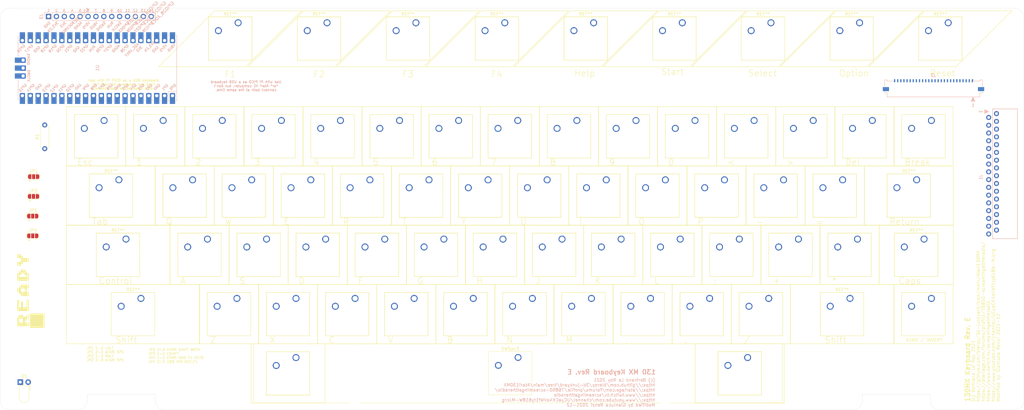
<source format=kicad_pcb>
(kicad_pcb (version 20171130) (host pcbnew 5.1.9+dfsg1-1)
  (title_block (title "130MX Keyboard") (date 2021-10-11) (rev D) (company "Decent Consulting"))
  (layers (0 F.Cu signal) (31 B.Cu signal) (34 B.Paste user) (35 F.Paste user) (36 B.SilkS user) (37 F.SilkS user) (38 B.Mask user) (39 F.Mask user) (44 Edge.Cuts user))
  (net 0 "")
  (net 1 GND)
  (net 2 LED)
  (net 3 POWER)
  (net 4 RESET)
  (net 5 OPTION)
  (net 6 SELECT)
  (net 7 START)
  (net 8 COL_9)
  (net 9 COL_1)
  (net 10 ROW_6)
  (net 11 COL_7)
  (net 12 COL_8)
  (net 13 ROW_4)
  (net 14 ROW_2)
  (net 15 ROW_1)
  (net 16 ROW_3)
  (net 17 COL_6)
  (net 18 COL_5)
  (net 19 COL_4)
  (net 20 COL_3)
  (net 21 ROW_5)
  (net 22 ROW_8)
  (net 23 ROW_7)
  (net 24 COL_2)
  (net 25 3V3_EN)
  (net 26 3V3)
  (net 27 ADC_VREF)
  (net 28 AGND)
  (net 29 VSYS)
  (net 30 VBUS)
  (net 31 SWDIO)
  (net 32 RUN)
  (net 33 SWCLK)
  (net 34 GPIO26_ADC0)
  (net 35 GPIO27_ADC1)
  (net 36 GPIO28_ADC2)
  (net 37 OUT_FN)
  (net 38 LSC)
  (net 39 "Net-(JP3-Pad2)")
  (net 40 /LED-GP2)
  (net 41 "Net-(U1-Pad3)")
  (net 42 "Net-(U1-Pad8)")
  (net 43 "Net-(U1-Pad13)")
  (net 44 "Net-(U1-Pad18)")
  (net 45 "Net-(U1-Pad23)")
  (net 46 "Net-(U1-Pad28)")
  (net 47 "Net-(U1-Pad42)")
  (net 48 "Net-(JP1-Pad2)")
  (net 49 "Net-(JP2-Pad2)")
  (net 50 "Net-(JP4-Pad2)")
  (net 51 "Net-(J1-Pad30)")
  (net 52 "Net-(J1-Pad29)")
  (net 53 "Net-(J1-Pad28)")
  (net 54 "Net-(J1-Pad27)")
  (module Atari130MX:SW_Kailh_1.25u_PCB (layer F.Cu) (at 317.4 102.23)
    (fp_text reference SWCps1 hide)
    (fp_text value SW_Push_45deg)
    (fp_text user REF** (at 0.01 -7.874) (layer F.SilkS))
    (pad 1 thru_hole circle (at 2.55 -5.08) (size 2.2 2.2) (drill 1.5) (layers *.Cu *.Mask) (net 12 COL_8))
    (pad "" np_thru_hole circle (at 0.01 0) (size 4 4) (drill 4) (layers *.Cu *.Mask))
    (pad "" np_thru_hole circle (at -5.07 0) (size 1.7 1.7) (drill 1.7) (layers *.Cu *.Mask))
    (pad "" np_thru_hole circle (at 5.09 0) (size 1.7 1.7) (drill 1.7) (layers *.Cu *.Mask))
    (pad 2 thru_hole circle (at -3.8 -2.54) (size 2.2 2.2) (drill 1.5) (layers *.Cu *.Mask) (net 10 ROW_6))
    (pad "" np_thru_hole circle (at 0 0) (size 4 4) (drill 4) (layers *.Cu *.Mask))
    (pad 2 thru_hole circle (at -3.81 -2.54) (size 2.2 2.2) (drill 1.5) (layers *.Cu *.Mask) (net 10 ROW_6))
    (pad 1 thru_hole circle (at 2.54 -5.08) (size 2.2 2.2) (drill 1.5) (layers *.Cu *.Mask) (net 12 COL_8))
  )
  (module Atari130MX:SW_Kailh_1.25u_PCB (layer F.Cu) (at 115.45 140.39)
    (fp_text reference SWSpc1)
    (fp_text value SW_Push_45deg)
    (pad 1 thru_hole circle (at 2.55 -5.08) (size 2.2 2.2) (drill 1.5) (layers *.Cu *.Mask) (net 24 COL_2))
    (pad "" np_thru_hole circle (at 0.01 0) (size 4 4) (drill 4) (layers *.Cu *.Mask))
    (pad "" np_thru_hole circle (at -5.07 0) (size 1.7 1.7) (drill 1.7) (layers *.Cu *.Mask))
    (pad "" np_thru_hole circle (at 5.09 0) (size 1.7 1.7) (drill 1.7) (layers *.Cu *.Mask))
    (pad 2 thru_hole circle (at -3.8 -2.54) (size 2.2 2.2) (drill 1.5) (layers *.Cu *.Mask) (net 48 "Net-(JP1-Pad2)"))
    (pad "" np_thru_hole circle (at 0 0) (size 4 4) (drill 4) (layers *.Cu *.Mask))
    (pad 2 thru_hole circle (at -3.81 -2.54) (size 2.2 2.2) (drill 1.5) (layers *.Cu *.Mask) (net 48 "Net-(JP1-Pad2)"))
    (pad 1 thru_hole circle (at 2.54 -5.08) (size 2.2 2.2) (drill 1.5) (layers *.Cu *.Mask) (net 24 COL_2))
  )
  (module Atari130MX:SW_Kailh_1.00u_PCB (layer F.Cu) (at 53.76 64.06)
    (fp_text reference SWEsc1 hide)
    (fp_text value SW_Push_45deg)
    (pad 1 thru_hole circle (at 2.54 -5.07) (size 2.2 2.2) (drill 1.5) (layers *.Cu *.Mask) (net 12 COL_8))
    (pad "" np_thru_hole circle (at 0 0.01) (size 4 4) (drill 4) (layers *.Cu *.Mask))
    (pad "" np_thru_hole circle (at -5.08 0.01) (size 1.7 1.7) (drill 1.7) (layers *.Cu *.Mask))
    (pad "" np_thru_hole circle (at 5.08 0.01) (size 1.7 1.7) (drill 1.7) (layers *.Cu *.Mask))
    (pad 2 thru_hole circle (at -3.81 -2.53) (size 2.2 2.2) (drill 1.5) (layers *.Cu *.Mask) (net 14 ROW_2))
    (pad "" np_thru_hole circle (at 0 0) (size 4 4) (drill 4) (layers *.Cu *.Mask))
    (pad 2 thru_hole circle (at -3.81 -2.54) (size 2.2 2.2) (drill 1.5) (layers *.Cu *.Mask) (net 14 ROW_2))
    (pad 1 thru_hole circle (at 2.54 -5.08) (size 2.2 2.2) (drill 1.5) (layers *.Cu *.Mask) (net 12 COL_8))
  )
  (module Atari130MX:SW_Kailh_1.00u_PCB (layer F.Cu) (at 167.76 64.06)
    (fp_text reference SW2 hide)
    (fp_text value SW_Push_45deg)
    (pad 1 thru_hole circle (at 2.54 -5.07) (size 2.2 2.2) (drill 1.5) (layers *.Cu *.Mask) (net 9 COL_1))
    (pad "" np_thru_hole circle (at 0 0.01) (size 4 4) (drill 4) (layers *.Cu *.Mask))
    (pad "" np_thru_hole circle (at -5.08 0.01) (size 1.7 1.7) (drill 1.7) (layers *.Cu *.Mask))
    (pad "" np_thru_hole circle (at 5.08 0.01) (size 1.7 1.7) (drill 1.7) (layers *.Cu *.Mask))
    (pad 2 thru_hole circle (at -3.81 -2.53) (size 2.2 2.2) (drill 1.5) (layers *.Cu *.Mask) (net 14 ROW_2))
    (pad "" np_thru_hole circle (at 0 0) (size 4 4) (drill 4) (layers *.Cu *.Mask))
    (pad 2 thru_hole circle (at -3.81 -2.54) (size 2.2 2.2) (drill 1.5) (layers *.Cu *.Mask) (net 14 ROW_2))
    (pad 1 thru_hole circle (at 2.54 -5.08) (size 2.2 2.2) (drill 1.5) (layers *.Cu *.Mask) (net 9 COL_1))
  )
  (module Atari130MX:SW_Kailh_1.00u_PCB (layer F.Cu) (at 96.46 121.33)
    (fp_text reference SWZ1 hide)
    (fp_text value SW_Push_45deg)
    (pad 1 thru_hole circle (at 2.54 -5.07) (size 2.2 2.2) (drill 1.5) (layers *.Cu *.Mask) (net 11 COL_7))
    (pad "" np_thru_hole circle (at 0 0.01) (size 4 4) (drill 4) (layers *.Cu *.Mask))
    (pad "" np_thru_hole circle (at -5.08 0.01) (size 1.7 1.7) (drill 1.7) (layers *.Cu *.Mask))
    (pad "" np_thru_hole circle (at 5.08 0.01) (size 1.7 1.7) (drill 1.7) (layers *.Cu *.Mask))
    (pad 2 thru_hole circle (at -3.81 -2.53) (size 2.2 2.2) (drill 1.5) (layers *.Cu *.Mask) (net 22 ROW_8))
    (pad "" np_thru_hole circle (at 0 0) (size 4 4) (drill 4) (layers *.Cu *.Mask))
    (pad 2 thru_hole circle (at -3.81 -2.54) (size 2.2 2.2) (drill 1.5) (layers *.Cu *.Mask) (net 22 ROW_8))
    (pad 1 thru_hole circle (at 2.54 -5.08) (size 2.2 2.2) (drill 1.5) (layers *.Cu *.Mask) (net 11 COL_7))
  )
  (module Atari130MX:SW_Kailh_1.00u_PCB (layer F.Cu) (at 177.22 83.16)
    (fp_text reference SWY1 hide)
    (fp_text value SW_Push_45deg)
    (pad 1 thru_hole circle (at 2.54 -5.07) (size 2.2 2.2) (drill 1.5) (layers *.Cu *.Mask) (net 9 COL_1))
    (pad "" np_thru_hole circle (at 0 0.01) (size 4 4) (drill 4) (layers *.Cu *.Mask))
    (pad "" np_thru_hole circle (at -5.08 0.01) (size 1.7 1.7) (drill 1.7) (layers *.Cu *.Mask))
    (pad "" np_thru_hole circle (at 5.08 0.01) (size 1.7 1.7) (drill 1.7) (layers *.Cu *.Mask))
    (pad 2 thru_hole circle (at -3.81 -2.53) (size 2.2 2.2) (drill 1.5) (layers *.Cu *.Mask) (net 13 ROW_4))
    (pad "" np_thru_hole circle (at 0 0) (size 4 4) (drill 4) (layers *.Cu *.Mask))
    (pad 2 thru_hole circle (at -3.81 -2.54) (size 2.2 2.2) (drill 1.5) (layers *.Cu *.Mask) (net 13 ROW_4))
    (pad 1 thru_hole circle (at 2.54 -5.08) (size 2.2 2.2) (drill 1.5) (layers *.Cu *.Mask) (net 9 COL_1))
  )
  (module Atari130MX:SW_Kailh_1.00u_PCB (layer F.Cu) (at 115.46 121.33)
    (fp_text reference SWX1 hide)
    (fp_text value SW_Push_45deg)
    (pad 1 thru_hole circle (at 2.54 -5.07) (size 2.2 2.2) (drill 1.5) (layers *.Cu *.Mask) (net 17 COL_6))
    (pad "" np_thru_hole circle (at 0 0.01) (size 4 4) (drill 4) (layers *.Cu *.Mask))
    (pad "" np_thru_hole circle (at -5.08 0.01) (size 1.7 1.7) (drill 1.7) (layers *.Cu *.Mask))
    (pad "" np_thru_hole circle (at 5.08 0.01) (size 1.7 1.7) (drill 1.7) (layers *.Cu *.Mask))
    (pad 2 thru_hole circle (at -3.81 -2.53) (size 2.2 2.2) (drill 1.5) (layers *.Cu *.Mask) (net 22 ROW_8))
    (pad "" np_thru_hole circle (at 0 0) (size 4 4) (drill 4) (layers *.Cu *.Mask))
    (pad 2 thru_hole circle (at -3.81 -2.54) (size 2.2 2.2) (drill 1.5) (layers *.Cu *.Mask) (net 22 ROW_8))
    (pad 1 thru_hole circle (at 2.54 -5.08) (size 2.2 2.2) (drill 1.5) (layers *.Cu *.Mask) (net 17 COL_6))
  )
  (module Atari130MX:SW_Kailh_1.00u_PCB (layer F.Cu) (at 101.22 83.16)
    (fp_text reference SWW1 hide)
    (fp_text value SW_Push_45deg)
    (pad 1 thru_hole circle (at 2.54 -5.07) (size 2.2 2.2) (drill 1.5) (layers *.Cu *.Mask) (net 17 COL_6))
    (pad "" np_thru_hole circle (at 0 0.01) (size 4 4) (drill 4) (layers *.Cu *.Mask))
    (pad "" np_thru_hole circle (at -5.08 0.01) (size 1.7 1.7) (drill 1.7) (layers *.Cu *.Mask))
    (pad "" np_thru_hole circle (at 5.08 0.01) (size 1.7 1.7) (drill 1.7) (layers *.Cu *.Mask))
    (pad 2 thru_hole circle (at -3.81 -2.53) (size 2.2 2.2) (drill 1.5) (layers *.Cu *.Mask) (net 13 ROW_4))
    (pad "" np_thru_hole circle (at 0 0) (size 4 4) (drill 4) (layers *.Cu *.Mask))
    (pad 2 thru_hole circle (at -3.81 -2.54) (size 2.2 2.2) (drill 1.5) (layers *.Cu *.Mask) (net 13 ROW_4))
    (pad 1 thru_hole circle (at 2.54 -5.08) (size 2.2 2.2) (drill 1.5) (layers *.Cu *.Mask) (net 17 COL_6))
  )
  (module Atari130MX:SW_Kailh_1.00u_PCB (layer F.Cu) (at 153.46 121.33)
    (fp_text reference SWV1 hide)
    (fp_text value SW_Push_45deg)
    (pad 1 thru_hole circle (at 2.54 -5.07) (size 2.2 2.2) (drill 1.5) (layers *.Cu *.Mask) (net 19 COL_4))
    (pad "" np_thru_hole circle (at 0 0.01) (size 4 4) (drill 4) (layers *.Cu *.Mask))
    (pad "" np_thru_hole circle (at -5.08 0.01) (size 1.7 1.7) (drill 1.7) (layers *.Cu *.Mask))
    (pad "" np_thru_hole circle (at 5.08 0.01) (size 1.7 1.7) (drill 1.7) (layers *.Cu *.Mask))
    (pad 2 thru_hole circle (at -3.81 -2.53) (size 2.2 2.2) (drill 1.5) (layers *.Cu *.Mask) (net 22 ROW_8))
    (pad "" np_thru_hole circle (at 0 0) (size 4 4) (drill 4) (layers *.Cu *.Mask))
    (pad 2 thru_hole circle (at -3.81 -2.54) (size 2.2 2.2) (drill 1.5) (layers *.Cu *.Mask) (net 22 ROW_8))
    (pad 1 thru_hole circle (at 2.54 -5.08) (size 2.2 2.2) (drill 1.5) (layers *.Cu *.Mask) (net 19 COL_4))
  )
  (module Atari130MX:SW_Kailh_1.00u_PCB (layer F.Cu) (at 196.22 83.16)
    (fp_text reference SWU1 hide)
    (fp_text value SW_Push_45deg)
    (pad 1 thru_hole circle (at 2.54 -5.07) (size 2.2 2.2) (drill 1.5) (layers *.Cu *.Mask) (net 9 COL_1))
    (pad "" np_thru_hole circle (at 0 0.01) (size 4 4) (drill 4) (layers *.Cu *.Mask))
    (pad "" np_thru_hole circle (at -5.08 0.01) (size 1.7 1.7) (drill 1.7) (layers *.Cu *.Mask))
    (pad "" np_thru_hole circle (at 5.08 0.01) (size 1.7 1.7) (drill 1.7) (layers *.Cu *.Mask))
    (pad 2 thru_hole circle (at -3.81 -2.53) (size 2.2 2.2) (drill 1.5) (layers *.Cu *.Mask) (net 16 ROW_3))
    (pad "" np_thru_hole circle (at 0 0) (size 4 4) (drill 4) (layers *.Cu *.Mask))
    (pad 2 thru_hole circle (at -3.81 -2.54) (size 2.2 2.2) (drill 1.5) (layers *.Cu *.Mask) (net 16 ROW_3))
    (pad 1 thru_hole circle (at 2.54 -5.08) (size 2.2 2.2) (drill 1.5) (layers *.Cu *.Mask) (net 9 COL_1))
  )
  (module Atari130MX:SW_Kailh_1.00u_PCB (layer F.Cu) (at 158.22 83.16)
    (fp_text reference SWT1 hide)
    (fp_text value SW_Push_45deg)
    (pad 1 thru_hole circle (at 2.54 -5.07) (size 2.2 2.2) (drill 1.5) (layers *.Cu *.Mask) (net 20 COL_3))
    (pad "" np_thru_hole circle (at 0 0.01) (size 4 4) (drill 4) (layers *.Cu *.Mask))
    (pad "" np_thru_hole circle (at -5.08 0.01) (size 1.7 1.7) (drill 1.7) (layers *.Cu *.Mask))
    (pad "" np_thru_hole circle (at 5.08 0.01) (size 1.7 1.7) (drill 1.7) (layers *.Cu *.Mask))
    (pad 2 thru_hole circle (at -3.81 -2.53) (size 2.2 2.2) (drill 1.5) (layers *.Cu *.Mask) (net 13 ROW_4))
    (pad "" np_thru_hole circle (at 0 0) (size 4 4) (drill 4) (layers *.Cu *.Mask))
    (pad 2 thru_hole circle (at -3.81 -2.54) (size 2.2 2.2) (drill 1.5) (layers *.Cu *.Mask) (net 13 ROW_4))
    (pad 1 thru_hole circle (at 2.54 -5.08) (size 2.2 2.2) (drill 1.5) (layers *.Cu *.Mask) (net 20 COL_3))
  )
  (module Atari130MX:SW_Kailh_1.00u_PCB (layer F.Cu) (at 296 102.23)
    (fp_text reference SWStar1 hide)
    (fp_text value SW_Push_45deg)
    (pad 1 thru_hole circle (at 2.54 -5.07) (size 2.2 2.2) (drill 1.5) (layers *.Cu *.Mask) (net 11 COL_7))
    (pad "" np_thru_hole circle (at 0 0.01) (size 4 4) (drill 4) (layers *.Cu *.Mask))
    (pad "" np_thru_hole circle (at -5.08 0.01) (size 1.7 1.7) (drill 1.7) (layers *.Cu *.Mask))
    (pad "" np_thru_hole circle (at 5.08 0.01) (size 1.7 1.7) (drill 1.7) (layers *.Cu *.Mask))
    (pad 2 thru_hole circle (at -3.81 -2.53) (size 2.2 2.2) (drill 1.5) (layers *.Cu *.Mask) (net 21 ROW_5))
    (pad "" np_thru_hole circle (at 0 0) (size 4 4) (drill 4) (layers *.Cu *.Mask))
    (pad 2 thru_hole circle (at -3.81 -2.54) (size 2.2 2.2) (drill 1.5) (layers *.Cu *.Mask) (net 21 ROW_5))
    (pad 1 thru_hole circle (at 2.54 -5.08) (size 2.2 2.2) (drill 1.5) (layers *.Cu *.Mask) (net 11 COL_7))
  )
  (module Atari130MX:SW_Kailh_1.00u_PCB (layer F.Cu) (at 267.46 121.33)
    (fp_text reference SWSlash1 hide)
    (fp_text value SW_Push_45deg)
    (pad 1 thru_hole circle (at 2.54 -5.07) (size 2.2 2.2) (drill 1.5) (layers *.Cu *.Mask) (net 17 COL_6))
    (pad "" np_thru_hole circle (at 0 0.01) (size 4 4) (drill 4) (layers *.Cu *.Mask))
    (pad "" np_thru_hole circle (at -5.08 0.01) (size 1.7 1.7) (drill 1.7) (layers *.Cu *.Mask))
    (pad "" np_thru_hole circle (at 5.08 0.01) (size 1.7 1.7) (drill 1.7) (layers *.Cu *.Mask))
    (pad 2 thru_hole circle (at -3.81 -2.53) (size 2.2 2.2) (drill 1.5) (layers *.Cu *.Mask) (net 23 ROW_7))
    (pad "" np_thru_hole circle (at 0 0) (size 4 4) (drill 4) (layers *.Cu *.Mask))
    (pad 2 thru_hole circle (at -3.81 -2.54) (size 2.2 2.2) (drill 1.5) (layers *.Cu *.Mask) (net 23 ROW_7))
    (pad 1 thru_hole circle (at 2.54 -5.08) (size 2.2 2.2) (drill 1.5) (layers *.Cu *.Mask) (net 17 COL_6))
  )
  (module Atari130MX:SW_Kailh_1.00u_PCB (layer F.Cu) (at 258 102.23)
    (fp_text reference SWSemi1 hide)
    (fp_text value SW_Push_45deg)
    (pad 1 thru_hole circle (at 2.54 -5.07) (size 2.2 2.2) (drill 1.5) (layers *.Cu *.Mask) (net 18 COL_5))
    (pad "" np_thru_hole circle (at 0 0.01) (size 4 4) (drill 4) (layers *.Cu *.Mask))
    (pad "" np_thru_hole circle (at -5.08 0.01) (size 1.7 1.7) (drill 1.7) (layers *.Cu *.Mask))
    (pad "" np_thru_hole circle (at 5.08 0.01) (size 1.7 1.7) (drill 1.7) (layers *.Cu *.Mask))
    (pad 2 thru_hole circle (at -3.81 -2.53) (size 2.2 2.2) (drill 1.5) (layers *.Cu *.Mask) (net 21 ROW_5))
    (pad "" np_thru_hole circle (at 0 0) (size 4 4) (drill 4) (layers *.Cu *.Mask))
    (pad 2 thru_hole circle (at -3.81 -2.54) (size 2.2 2.2) (drill 1.5) (layers *.Cu *.Mask) (net 21 ROW_5))
    (pad 1 thru_hole circle (at 2.54 -5.08) (size 2.2 2.2) (drill 1.5) (layers *.Cu *.Mask) (net 18 COL_5))
  )
  (module Atari130MX:SW_Kailh_1.00u_PCB (layer F.Cu) (at 106 102.23)
    (fp_text reference SWS1 hide)
    (fp_text value SW_Push_45deg)
    (pad 1 thru_hole circle (at 2.54 -5.07) (size 2.2 2.2) (drill 1.5) (layers *.Cu *.Mask) (net 17 COL_6))
    (pad "" np_thru_hole circle (at 0 0.01) (size 4 4) (drill 4) (layers *.Cu *.Mask))
    (pad "" np_thru_hole circle (at -5.08 0.01) (size 1.7 1.7) (drill 1.7) (layers *.Cu *.Mask))
    (pad "" np_thru_hole circle (at 5.08 0.01) (size 1.7 1.7) (drill 1.7) (layers *.Cu *.Mask))
    (pad 2 thru_hole circle (at -3.81 -2.53) (size 2.2 2.2) (drill 1.5) (layers *.Cu *.Mask) (net 10 ROW_6))
    (pad "" np_thru_hole circle (at 0 0) (size 4 4) (drill 4) (layers *.Cu *.Mask))
    (pad 2 thru_hole circle (at -3.81 -2.54) (size 2.2 2.2) (drill 1.5) (layers *.Cu *.Mask) (net 10 ROW_6))
    (pad 1 thru_hole circle (at 2.54 -5.08) (size 2.2 2.2) (drill 1.5) (layers *.Cu *.Mask) (net 17 COL_6))
  )
  (module Atari130MX:SW_Kailh_1.00u_PCB (layer F.Cu) (at 139.22 83.16)
    (fp_text reference SWR1 hide)
    (fp_text value SW_Push_45deg)
    (pad 1 thru_hole circle (at 2.54 -5.07) (size 2.2 2.2) (drill 1.5) (layers *.Cu *.Mask) (net 19 COL_4))
    (pad "" np_thru_hole circle (at 0 0.01) (size 4 4) (drill 4) (layers *.Cu *.Mask))
    (pad "" np_thru_hole circle (at -5.08 0.01) (size 1.7 1.7) (drill 1.7) (layers *.Cu *.Mask))
    (pad "" np_thru_hole circle (at 5.08 0.01) (size 1.7 1.7) (drill 1.7) (layers *.Cu *.Mask))
    (pad 2 thru_hole circle (at -3.81 -2.53) (size 2.2 2.2) (drill 1.5) (layers *.Cu *.Mask) (net 13 ROW_4))
    (pad "" np_thru_hole circle (at 0 0) (size 4 4) (drill 4) (layers *.Cu *.Mask))
    (pad 2 thru_hole circle (at -3.81 -2.54) (size 2.2 2.2) (drill 1.5) (layers *.Cu *.Mask) (net 13 ROW_4))
    (pad 1 thru_hole circle (at 2.54 -5.08) (size 2.2 2.2) (drill 1.5) (layers *.Cu *.Mask) (net 19 COL_4))
  )
  (module Atari130MX:SW_Kailh_1.00u_PCB (layer F.Cu) (at 82.22 83.16)
    (fp_text reference SWQ1 hide)
    (fp_text value SW_Push_45deg)
    (pad 1 thru_hole circle (at 2.54 -5.07) (size 2.2 2.2) (drill 1.5) (layers *.Cu *.Mask) (net 11 COL_7))
    (pad "" np_thru_hole circle (at 0 0.01) (size 4 4) (drill 4) (layers *.Cu *.Mask))
    (pad "" np_thru_hole circle (at -5.08 0.01) (size 1.7 1.7) (drill 1.7) (layers *.Cu *.Mask))
    (pad "" np_thru_hole circle (at 5.08 0.01) (size 1.7 1.7) (drill 1.7) (layers *.Cu *.Mask))
    (pad 2 thru_hole circle (at -3.81 -2.53) (size 2.2 2.2) (drill 1.5) (layers *.Cu *.Mask) (net 13 ROW_4))
    (pad "" np_thru_hole circle (at 0 0) (size 4 4) (drill 4) (layers *.Cu *.Mask))
    (pad 2 thru_hole circle (at -3.81 -2.54) (size 2.2 2.2) (drill 1.5) (layers *.Cu *.Mask) (net 13 ROW_4))
    (pad 1 thru_hole circle (at 2.54 -5.08) (size 2.2 2.2) (drill 1.5) (layers *.Cu *.Mask) (net 11 COL_7))
  )
  (module Atari130MX:SW_Kailh_1.00u_PCB (layer F.Cu) (at 277 102.23)
    (fp_text reference SWPlus1 hide)
    (fp_text value SW_Push_45deg)
    (pad 1 thru_hole circle (at 2.54 -5.07) (size 2.2 2.2) (drill 1.5) (layers *.Cu *.Mask) (net 17 COL_6))
    (pad "" np_thru_hole circle (at 0 0.01) (size 4 4) (drill 4) (layers *.Cu *.Mask))
    (pad "" np_thru_hole circle (at -5.08 0.01) (size 1.7 1.7) (drill 1.7) (layers *.Cu *.Mask))
    (pad "" np_thru_hole circle (at 5.08 0.01) (size 1.7 1.7) (drill 1.7) (layers *.Cu *.Mask))
    (pad 2 thru_hole circle (at -3.81 -2.53) (size 2.2 2.2) (drill 1.5) (layers *.Cu *.Mask) (net 21 ROW_5))
    (pad "" np_thru_hole circle (at 0 0) (size 4 4) (drill 4) (layers *.Cu *.Mask))
    (pad 2 thru_hole circle (at -3.81 -2.54) (size 2.2 2.2) (drill 1.5) (layers *.Cu *.Mask) (net 21 ROW_5))
    (pad 1 thru_hole circle (at 2.54 -5.08) (size 2.2 2.2) (drill 1.5) (layers *.Cu *.Mask) (net 17 COL_6))
  )
  (module Atari130MX:SW_Kailh_1.00u_PCB (layer F.Cu) (at 248.46 121.33)
    (fp_text reference SWPeriod1 hide)
    (fp_text value SW_Push_45deg)
    (pad 1 thru_hole circle (at 2.54 -5.07) (size 2.2 2.2) (drill 1.5) (layers *.Cu *.Mask) (net 18 COL_5))
    (pad "" np_thru_hole circle (at 0 0.01) (size 4 4) (drill 4) (layers *.Cu *.Mask))
    (pad "" np_thru_hole circle (at -5.08 0.01) (size 1.7 1.7) (drill 1.7) (layers *.Cu *.Mask))
    (pad "" np_thru_hole circle (at 5.08 0.01) (size 1.7 1.7) (drill 1.7) (layers *.Cu *.Mask))
    (pad 2 thru_hole circle (at -3.81 -2.53) (size 2.2 2.2) (drill 1.5) (layers *.Cu *.Mask) (net 23 ROW_7))
    (pad "" np_thru_hole circle (at 0 0) (size 4 4) (drill 4) (layers *.Cu *.Mask))
    (pad 2 thru_hole circle (at -3.81 -2.54) (size 2.2 2.2) (drill 1.5) (layers *.Cu *.Mask) (net 23 ROW_7))
    (pad 1 thru_hole circle (at 2.54 -5.08) (size 2.2 2.2) (drill 1.5) (layers *.Cu *.Mask) (net 18 COL_5))
  )
  (module Atari130MX:SW_Kailh_1.00u_PCB (layer F.Cu) (at 253.22 83.16)
    (fp_text reference SWP1 hide)
    (fp_text value SW_Push_45deg)
    (pad 1 thru_hole circle (at 2.54 -5.07) (size 2.2 2.2) (drill 1.5) (layers *.Cu *.Mask) (net 18 COL_5))
    (pad "" np_thru_hole circle (at 0 0.01) (size 4 4) (drill 4) (layers *.Cu *.Mask))
    (pad "" np_thru_hole circle (at -5.08 0.01) (size 1.7 1.7) (drill 1.7) (layers *.Cu *.Mask))
    (pad "" np_thru_hole circle (at 5.08 0.01) (size 1.7 1.7) (drill 1.7) (layers *.Cu *.Mask))
    (pad 2 thru_hole circle (at -3.81 -2.53) (size 2.2 2.2) (drill 1.5) (layers *.Cu *.Mask) (net 16 ROW_3))
    (pad "" np_thru_hole circle (at 0 0) (size 4 4) (drill 4) (layers *.Cu *.Mask))
    (pad 2 thru_hole circle (at -3.81 -2.54) (size 2.2 2.2) (drill 1.5) (layers *.Cu *.Mask) (net 16 ROW_3))
    (pad 1 thru_hole circle (at 2.54 -5.08) (size 2.2 2.2) (drill 1.5) (layers *.Cu *.Mask) (net 18 COL_5))
  )
  (module Atari130MX:SW_Kailh_1.00u_PCB (layer F.Cu) (at 234.22 83.16)
    (fp_text reference SWO1 hide)
    (fp_text value SW_Push_45deg)
    (pad 1 thru_hole circle (at 2.54 -5.07) (size 2.2 2.2) (drill 1.5) (layers *.Cu *.Mask) (net 19 COL_4))
    (pad "" np_thru_hole circle (at 0 0.01) (size 4 4) (drill 4) (layers *.Cu *.Mask))
    (pad "" np_thru_hole circle (at -5.08 0.01) (size 1.7 1.7) (drill 1.7) (layers *.Cu *.Mask))
    (pad "" np_thru_hole circle (at 5.08 0.01) (size 1.7 1.7) (drill 1.7) (layers *.Cu *.Mask))
    (pad 2 thru_hole circle (at -3.81 -2.53) (size 2.2 2.2) (drill 1.5) (layers *.Cu *.Mask) (net 16 ROW_3))
    (pad "" np_thru_hole circle (at 0 0) (size 4 4) (drill 4) (layers *.Cu *.Mask))
    (pad 2 thru_hole circle (at -3.81 -2.54) (size 2.2 2.2) (drill 1.5) (layers *.Cu *.Mask) (net 16 ROW_3))
    (pad 1 thru_hole circle (at 2.54 -5.08) (size 2.2 2.2) (drill 1.5) (layers *.Cu *.Mask) (net 19 COL_4))
  )
  (module Atari130MX:SW_Kailh_1.00u_PCB (layer F.Cu) (at 191.46 121.33)
    (fp_text reference SWN1 hide)
    (fp_text value SW_Push_45deg)
    (pad 1 thru_hole circle (at 2.54 -5.07) (size 2.2 2.2) (drill 1.5) (layers *.Cu *.Mask) (net 9 COL_1))
    (pad "" np_thru_hole circle (at 0 0.01) (size 4 4) (drill 4) (layers *.Cu *.Mask))
    (pad "" np_thru_hole circle (at -5.08 0.01) (size 1.7 1.7) (drill 1.7) (layers *.Cu *.Mask))
    (pad "" np_thru_hole circle (at 5.08 0.01) (size 1.7 1.7) (drill 1.7) (layers *.Cu *.Mask))
    (pad 2 thru_hole circle (at -3.81 -2.53) (size 2.2 2.2) (drill 1.5) (layers *.Cu *.Mask) (net 23 ROW_7))
    (pad "" np_thru_hole circle (at 0 0) (size 4 4) (drill 4) (layers *.Cu *.Mask))
    (pad 2 thru_hole circle (at -3.81 -2.54) (size 2.2 2.2) (drill 1.5) (layers *.Cu *.Mask) (net 23 ROW_7))
    (pad 1 thru_hole circle (at 2.54 -5.08) (size 2.2 2.2) (drill 1.5) (layers *.Cu *.Mask) (net 9 COL_1))
  )
  (module Atari130MX:SW_Kailh_1.00u_PCB (layer F.Cu) (at 210.46 121.33)
    (fp_text reference SWM1 hide)
    (fp_text value SW_Push_45deg)
    (pad 1 thru_hole circle (at 2.54 -5.07) (size 2.2 2.2) (drill 1.5) (layers *.Cu *.Mask) (net 20 COL_3))
    (pad "" np_thru_hole circle (at 0 0.01) (size 4 4) (drill 4) (layers *.Cu *.Mask))
    (pad "" np_thru_hole circle (at -5.08 0.01) (size 1.7 1.7) (drill 1.7) (layers *.Cu *.Mask))
    (pad "" np_thru_hole circle (at 5.08 0.01) (size 1.7 1.7) (drill 1.7) (layers *.Cu *.Mask))
    (pad 2 thru_hole circle (at -3.81 -2.53) (size 2.2 2.2) (drill 1.5) (layers *.Cu *.Mask) (net 23 ROW_7))
    (pad "" np_thru_hole circle (at 0 0) (size 4 4) (drill 4) (layers *.Cu *.Mask))
    (pad 2 thru_hole circle (at -3.81 -2.54) (size 2.2 2.2) (drill 1.5) (layers *.Cu *.Mask) (net 23 ROW_7))
    (pad 1 thru_hole circle (at 2.54 -5.08) (size 2.2 2.2) (drill 1.5) (layers *.Cu *.Mask) (net 20 COL_3))
  )
  (module Atari130MX:SW_Kailh_1.00u_PCB (layer F.Cu) (at 262.76 64.06)
    (fp_text reference SWLT1 hide)
    (fp_text value SW_Push_45deg)
    (pad 1 thru_hole circle (at 2.54 -5.07) (size 2.2 2.2) (drill 1.5) (layers *.Cu *.Mask) (net 17 COL_6))
    (pad "" np_thru_hole circle (at 0 0.01) (size 4 4) (drill 4) (layers *.Cu *.Mask))
    (pad "" np_thru_hole circle (at -5.08 0.01) (size 1.7 1.7) (drill 1.7) (layers *.Cu *.Mask))
    (pad "" np_thru_hole circle (at 5.08 0.01) (size 1.7 1.7) (drill 1.7) (layers *.Cu *.Mask))
    (pad 2 thru_hole circle (at -3.81 -2.53) (size 2.2 2.2) (drill 1.5) (layers *.Cu *.Mask) (net 15 ROW_1))
    (pad "" np_thru_hole circle (at 0 0) (size 4 4) (drill 4) (layers *.Cu *.Mask))
    (pad 2 thru_hole circle (at -3.81 -2.54) (size 2.2 2.2) (drill 1.5) (layers *.Cu *.Mask) (net 15 ROW_1))
    (pad 1 thru_hole circle (at 2.54 -5.08) (size 2.2 2.2) (drill 1.5) (layers *.Cu *.Mask) (net 17 COL_6))
  )
  (module Atari130MX:SW_Kailh_1.00u_PCB (layer F.Cu) (at 239 102.23)
    (fp_text reference SWL1 hide)
    (fp_text value SW_Push_45deg)
    (pad 1 thru_hole circle (at 2.54 -5.07) (size 2.2 2.2) (drill 1.5) (layers *.Cu *.Mask) (net 19 COL_4))
    (pad "" np_thru_hole circle (at 0 0.01) (size 4 4) (drill 4) (layers *.Cu *.Mask))
    (pad "" np_thru_hole circle (at -5.08 0.01) (size 1.7 1.7) (drill 1.7) (layers *.Cu *.Mask))
    (pad "" np_thru_hole circle (at 5.08 0.01) (size 1.7 1.7) (drill 1.7) (layers *.Cu *.Mask))
    (pad 2 thru_hole circle (at -3.81 -2.53) (size 2.2 2.2) (drill 1.5) (layers *.Cu *.Mask) (net 21 ROW_5))
    (pad "" np_thru_hole circle (at 0 0) (size 4 4) (drill 4) (layers *.Cu *.Mask))
    (pad 2 thru_hole circle (at -3.81 -2.54) (size 2.2 2.2) (drill 1.5) (layers *.Cu *.Mask) (net 21 ROW_5))
    (pad 1 thru_hole circle (at 2.54 -5.08) (size 2.2 2.2) (drill 1.5) (layers *.Cu *.Mask) (net 19 COL_4))
  )
  (module Atari130MX:SW_Kailh_1.00u_PCB (layer F.Cu) (at 220 102.23)
    (fp_text reference SWK1 hide)
    (fp_text value SW_Push_45deg)
    (pad 1 thru_hole circle (at 2.54 -5.07) (size 2.2 2.2) (drill 1.5) (layers *.Cu *.Mask) (net 20 COL_3))
    (pad "" np_thru_hole circle (at 0 0.01) (size 4 4) (drill 4) (layers *.Cu *.Mask))
    (pad "" np_thru_hole circle (at -5.08 0.01) (size 1.7 1.7) (drill 1.7) (layers *.Cu *.Mask))
    (pad "" np_thru_hole circle (at 5.08 0.01) (size 1.7 1.7) (drill 1.7) (layers *.Cu *.Mask))
    (pad 2 thru_hole circle (at -3.81 -2.53) (size 2.2 2.2) (drill 1.5) (layers *.Cu *.Mask) (net 21 ROW_5))
    (pad "" np_thru_hole circle (at 0 0) (size 4 4) (drill 4) (layers *.Cu *.Mask))
    (pad 2 thru_hole circle (at -3.81 -2.54) (size 2.2 2.2) (drill 1.5) (layers *.Cu *.Mask) (net 21 ROW_5))
    (pad 1 thru_hole circle (at 2.54 -5.08) (size 2.2 2.2) (drill 1.5) (layers *.Cu *.Mask) (net 20 COL_3))
  )
  (module Atari130MX:SW_Kailh_1.00u_PCB (layer F.Cu) (at 201 102.23)
    (fp_text reference SWJ1 hide)
    (fp_text value SW_Push_45deg)
    (pad 1 thru_hole circle (at 2.54 -5.07) (size 2.2 2.2) (drill 1.5) (layers *.Cu *.Mask) (net 24 COL_2))
    (pad "" np_thru_hole circle (at 0 0.01) (size 4 4) (drill 4) (layers *.Cu *.Mask))
    (pad "" np_thru_hole circle (at -5.08 0.01) (size 1.7 1.7) (drill 1.7) (layers *.Cu *.Mask))
    (pad "" np_thru_hole circle (at 5.08 0.01) (size 1.7 1.7) (drill 1.7) (layers *.Cu *.Mask))
    (pad 2 thru_hole circle (at -3.81 -2.53) (size 2.2 2.2) (drill 1.5) (layers *.Cu *.Mask) (net 21 ROW_5))
    (pad "" np_thru_hole circle (at 0 0) (size 4 4) (drill 4) (layers *.Cu *.Mask))
    (pad 2 thru_hole circle (at -3.81 -2.54) (size 2.2 2.2) (drill 1.5) (layers *.Cu *.Mask) (net 21 ROW_5))
    (pad 1 thru_hole circle (at 2.54 -5.08) (size 2.2 2.2) (drill 1.5) (layers *.Cu *.Mask) (net 24 COL_2))
  )
  (module Atari130MX:SW_Kailh_1.00u_PCB (layer F.Cu) (at 319.76 121.33)
    (fp_text reference SWInv1 hide)
    (fp_text value SW_Push_45deg)
    (pad 1 thru_hole circle (at 2.54 -5.07) (size 2.2 2.2) (drill 1.5) (layers *.Cu *.Mask) (net 11 COL_7))
    (pad "" np_thru_hole circle (at 0 0.01) (size 4 4) (drill 4) (layers *.Cu *.Mask))
    (pad "" np_thru_hole circle (at -5.08 0.01) (size 1.7 1.7) (drill 1.7) (layers *.Cu *.Mask))
    (pad "" np_thru_hole circle (at 5.08 0.01) (size 1.7 1.7) (drill 1.7) (layers *.Cu *.Mask))
    (pad 2 thru_hole circle (at -3.81 -2.53) (size 2.2 2.2) (drill 1.5) (layers *.Cu *.Mask) (net 23 ROW_7))
    (pad "" np_thru_hole circle (at 0 0) (size 4 4) (drill 4) (layers *.Cu *.Mask))
    (pad 2 thru_hole circle (at -3.81 -2.54) (size 2.2 2.2) (drill 1.5) (layers *.Cu *.Mask) (net 23 ROW_7))
    (pad 1 thru_hole circle (at 2.54 -5.08) (size 2.2 2.2) (drill 1.5) (layers *.Cu *.Mask) (net 11 COL_7))
  )
  (module Atari130MX:SW_Kailh_1.00u_PCB (layer F.Cu) (at 215.22 83.16)
    (fp_text reference SWI1 hide)
    (fp_text value SW_Push_45deg)
    (pad 1 thru_hole circle (at 2.54 -5.07) (size 2.2 2.2) (drill 1.5) (layers *.Cu *.Mask) (net 20 COL_3))
    (pad "" np_thru_hole circle (at 0 0.01) (size 4 4) (drill 4) (layers *.Cu *.Mask))
    (pad "" np_thru_hole circle (at -5.08 0.01) (size 1.7 1.7) (drill 1.7) (layers *.Cu *.Mask))
    (pad "" np_thru_hole circle (at 5.08 0.01) (size 1.7 1.7) (drill 1.7) (layers *.Cu *.Mask))
    (pad 2 thru_hole circle (at -3.81 -2.53) (size 2.2 2.2) (drill 1.5) (layers *.Cu *.Mask) (net 16 ROW_3))
    (pad "" np_thru_hole circle (at 0 0) (size 4 4) (drill 4) (layers *.Cu *.Mask))
    (pad 2 thru_hole circle (at -3.81 -2.54) (size 2.2 2.2) (drill 1.5) (layers *.Cu *.Mask) (net 16 ROW_3))
    (pad 1 thru_hole circle (at 2.54 -5.08) (size 2.2 2.2) (drill 1.5) (layers *.Cu *.Mask) (net 20 COL_3))
  )
  (module Atari130MX:SW_Kailh_1.00u_PCB (layer F.Cu) (at 182 102.23)
    (fp_text reference SWH1 hide)
    (fp_text value SW_Push_45deg)
    (pad 1 thru_hole circle (at 2.54 -5.07) (size 2.2 2.2) (drill 1.5) (layers *.Cu *.Mask) (net 24 COL_2))
    (pad "" np_thru_hole circle (at 0 0.01) (size 4 4) (drill 4) (layers *.Cu *.Mask))
    (pad "" np_thru_hole circle (at -5.08 0.01) (size 1.7 1.7) (drill 1.7) (layers *.Cu *.Mask))
    (pad "" np_thru_hole circle (at 5.08 0.01) (size 1.7 1.7) (drill 1.7) (layers *.Cu *.Mask))
    (pad 2 thru_hole circle (at -3.81 -2.53) (size 2.2 2.2) (drill 1.5) (layers *.Cu *.Mask) (net 10 ROW_6))
    (pad "" np_thru_hole circle (at 0 0) (size 4 4) (drill 4) (layers *.Cu *.Mask))
    (pad 2 thru_hole circle (at -3.81 -2.54) (size 2.2 2.2) (drill 1.5) (layers *.Cu *.Mask) (net 10 ROW_6))
    (pad 1 thru_hole circle (at 2.54 -5.08) (size 2.2 2.2) (drill 1.5) (layers *.Cu *.Mask) (net 24 COL_2))
  )
  (module Atari130MX:SW_Kailh_1.00u_PCB (layer F.Cu) (at 281.76 64.06)
    (fp_text reference SWGT1 hide)
    (fp_text value SW_Push_45deg)
    (pad 1 thru_hole circle (at 2.54 -5.07) (size 2.2 2.2) (drill 1.5) (layers *.Cu *.Mask) (net 11 COL_7))
    (pad "" np_thru_hole circle (at 0 0.01) (size 4 4) (drill 4) (layers *.Cu *.Mask))
    (pad "" np_thru_hole circle (at -5.08 0.01) (size 1.7 1.7) (drill 1.7) (layers *.Cu *.Mask))
    (pad "" np_thru_hole circle (at 5.08 0.01) (size 1.7 1.7) (drill 1.7) (layers *.Cu *.Mask))
    (pad 2 thru_hole circle (at -3.81 -2.53) (size 2.2 2.2) (drill 1.5) (layers *.Cu *.Mask) (net 15 ROW_1))
    (pad "" np_thru_hole circle (at 0 0) (size 4 4) (drill 4) (layers *.Cu *.Mask))
    (pad 2 thru_hole circle (at -3.81 -2.54) (size 2.2 2.2) (drill 1.5) (layers *.Cu *.Mask) (net 15 ROW_1))
    (pad 1 thru_hole circle (at 2.54 -5.08) (size 2.2 2.2) (drill 1.5) (layers *.Cu *.Mask) (net 11 COL_7))
  )
  (module Atari130MX:SW_Kailh_1.00u_PCB (layer F.Cu) (at 163 102.23)
    (fp_text reference SWG1 hide)
    (fp_text value SW_Push_45deg)
    (pad 1 thru_hole circle (at 2.54 -5.07) (size 2.2 2.2) (drill 1.5) (layers *.Cu *.Mask) (net 20 COL_3))
    (pad "" np_thru_hole circle (at 0 0.01) (size 4 4) (drill 4) (layers *.Cu *.Mask))
    (pad "" np_thru_hole circle (at -5.08 0.01) (size 1.7 1.7) (drill 1.7) (layers *.Cu *.Mask))
    (pad "" np_thru_hole circle (at 5.08 0.01) (size 1.7 1.7) (drill 1.7) (layers *.Cu *.Mask))
    (pad 2 thru_hole circle (at -3.81 -2.53) (size 2.2 2.2) (drill 1.5) (layers *.Cu *.Mask) (net 10 ROW_6))
    (pad "" np_thru_hole circle (at 0 0) (size 4 4) (drill 4) (layers *.Cu *.Mask))
    (pad 2 thru_hole circle (at -3.81 -2.54) (size 2.2 2.2) (drill 1.5) (layers *.Cu *.Mask) (net 10 ROW_6))
    (pad 1 thru_hole circle (at 2.54 -5.08) (size 2.2 2.2) (drill 1.5) (layers *.Cu *.Mask) (net 20 COL_3))
  )
  (module Atari130MX:SW_Kailh_1.00u_PCB (layer F.Cu) (at 291.22 83.16)
    (fp_text reference SWEqual1 hide)
    (fp_text value SW_Push_45deg)
    (pad 1 thru_hole circle (at 2.54 -5.07) (size 2.2 2.2) (drill 1.5) (layers *.Cu *.Mask) (net 11 COL_7))
    (pad "" np_thru_hole circle (at 0 0.01) (size 4 4) (drill 4) (layers *.Cu *.Mask))
    (pad "" np_thru_hole circle (at -5.08 0.01) (size 1.7 1.7) (drill 1.7) (layers *.Cu *.Mask))
    (pad "" np_thru_hole circle (at 5.08 0.01) (size 1.7 1.7) (drill 1.7) (layers *.Cu *.Mask))
    (pad 2 thru_hole circle (at -3.81 -2.53) (size 2.2 2.2) (drill 1.5) (layers *.Cu *.Mask) (net 16 ROW_3))
    (pad "" np_thru_hole circle (at 0 0) (size 4 4) (drill 4) (layers *.Cu *.Mask))
    (pad 2 thru_hole circle (at -3.81 -2.54) (size 2.2 2.2) (drill 1.5) (layers *.Cu *.Mask) (net 16 ROW_3))
    (pad 1 thru_hole circle (at 2.54 -5.08) (size 2.2 2.2) (drill 1.5) (layers *.Cu *.Mask) (net 11 COL_7))
  )
  (module Atari130MX:SW_Kailh_1.00u_PCB (layer F.Cu) (at 120.22 83.16)
    (fp_text reference SWE1 hide)
    (fp_text value SW_Push_45deg)
    (pad 1 thru_hole circle (at 2.54 -5.07) (size 2.2 2.2) (drill 1.5) (layers *.Cu *.Mask) (net 18 COL_5))
    (pad "" np_thru_hole circle (at 0 0.01) (size 4 4) (drill 4) (layers *.Cu *.Mask))
    (pad "" np_thru_hole circle (at -5.08 0.01) (size 1.7 1.7) (drill 1.7) (layers *.Cu *.Mask))
    (pad "" np_thru_hole circle (at 5.08 0.01) (size 1.7 1.7) (drill 1.7) (layers *.Cu *.Mask))
    (pad 2 thru_hole circle (at -3.81 -2.53) (size 2.2 2.2) (drill 1.5) (layers *.Cu *.Mask) (net 13 ROW_4))
    (pad "" np_thru_hole circle (at 0 0) (size 4 4) (drill 4) (layers *.Cu *.Mask))
    (pad 2 thru_hole circle (at -3.81 -2.54) (size 2.2 2.2) (drill 1.5) (layers *.Cu *.Mask) (net 13 ROW_4))
    (pad 1 thru_hole circle (at 2.54 -5.08) (size 2.2 2.2) (drill 1.5) (layers *.Cu *.Mask) (net 18 COL_5))
  )
  (module Atari130MX:SW_Kailh_1.00u_PCB (layer F.Cu) (at 300.76 64.06)
    (fp_text reference SWDel1 hide)
    (fp_text value SW_Push_45deg)
    (pad 1 thru_hole circle (at 2.54 -5.07) (size 2.2 2.2) (drill 1.5) (layers *.Cu *.Mask) (net 12 COL_8))
    (pad "" np_thru_hole circle (at 0 0.01) (size 4 4) (drill 4) (layers *.Cu *.Mask))
    (pad "" np_thru_hole circle (at -5.08 0.01) (size 1.7 1.7) (drill 1.7) (layers *.Cu *.Mask))
    (pad "" np_thru_hole circle (at 5.08 0.01) (size 1.7 1.7) (drill 1.7) (layers *.Cu *.Mask))
    (pad 2 thru_hole circle (at -3.81 -2.53) (size 2.2 2.2) (drill 1.5) (layers *.Cu *.Mask) (net 15 ROW_1))
    (pad "" np_thru_hole circle (at 0 0) (size 4 4) (drill 4) (layers *.Cu *.Mask))
    (pad 2 thru_hole circle (at -3.81 -2.54) (size 2.2 2.2) (drill 1.5) (layers *.Cu *.Mask) (net 15 ROW_1))
    (pad 1 thru_hole circle (at 2.54 -5.08) (size 2.2 2.2) (drill 1.5) (layers *.Cu *.Mask) (net 12 COL_8))
  )
  (module Atari130MX:SW_Kailh_1.00u_PCB (layer F.Cu) (at 272.22 83.16)
    (fp_text reference SWDash1 hide)
    (fp_text value SW_Push_45deg)
    (pad 1 thru_hole circle (at 2.54 -5.07) (size 2.2 2.2) (drill 1.5) (layers *.Cu *.Mask) (net 17 COL_6))
    (pad "" np_thru_hole circle (at 0 0.01) (size 4 4) (drill 4) (layers *.Cu *.Mask))
    (pad "" np_thru_hole circle (at -5.08 0.01) (size 1.7 1.7) (drill 1.7) (layers *.Cu *.Mask))
    (pad "" np_thru_hole circle (at 5.08 0.01) (size 1.7 1.7) (drill 1.7) (layers *.Cu *.Mask))
    (pad 2 thru_hole circle (at -3.81 -2.53) (size 2.2 2.2) (drill 1.5) (layers *.Cu *.Mask) (net 16 ROW_3))
    (pad "" np_thru_hole circle (at 0 0) (size 4 4) (drill 4) (layers *.Cu *.Mask))
    (pad 2 thru_hole circle (at -3.81 -2.54) (size 2.2 2.2) (drill 1.5) (layers *.Cu *.Mask) (net 16 ROW_3))
    (pad 1 thru_hole circle (at 2.54 -5.08) (size 2.2 2.2) (drill 1.5) (layers *.Cu *.Mask) (net 17 COL_6))
  )
  (module Atari130MX:SW_Kailh_1.00u_PCB (layer F.Cu) (at 125 102.23)
    (fp_text reference SWD1 hide)
    (fp_text value SW_Push_45deg)
    (pad 1 thru_hole circle (at 2.54 -5.07) (size 2.2 2.2) (drill 1.5) (layers *.Cu *.Mask) (net 18 COL_5))
    (pad "" np_thru_hole circle (at 0 0.01) (size 4 4) (drill 4) (layers *.Cu *.Mask))
    (pad "" np_thru_hole circle (at -5.08 0.01) (size 1.7 1.7) (drill 1.7) (layers *.Cu *.Mask))
    (pad "" np_thru_hole circle (at 5.08 0.01) (size 1.7 1.7) (drill 1.7) (layers *.Cu *.Mask))
    (pad 2 thru_hole circle (at -3.81 -2.53) (size 2.2 2.2) (drill 1.5) (layers *.Cu *.Mask) (net 10 ROW_6))
    (pad "" np_thru_hole circle (at 0 0) (size 4 4) (drill 4) (layers *.Cu *.Mask))
    (pad 2 thru_hole circle (at -3.81 -2.54) (size 2.2 2.2) (drill 1.5) (layers *.Cu *.Mask) (net 10 ROW_6))
    (pad 1 thru_hole circle (at 2.54 -5.08) (size 2.2 2.2) (drill 1.5) (layers *.Cu *.Mask) (net 18 COL_5))
  )
  (module Atari130MX:SW_Kailh_1.00u_PCB (layer F.Cu) (at 229.46 121.33)
    (fp_text reference SWComma1 hide)
    (fp_text value SW_Push_45deg)
    (pad 1 thru_hole circle (at 2.54 -5.07) (size 2.2 2.2) (drill 1.5) (layers *.Cu *.Mask) (net 19 COL_4))
    (pad "" np_thru_hole circle (at 0 0.01) (size 4 4) (drill 4) (layers *.Cu *.Mask))
    (pad "" np_thru_hole circle (at -5.08 0.01) (size 1.7 1.7) (drill 1.7) (layers *.Cu *.Mask))
    (pad "" np_thru_hole circle (at 5.08 0.01) (size 1.7 1.7) (drill 1.7) (layers *.Cu *.Mask))
    (pad 2 thru_hole circle (at -3.81 -2.53) (size 2.2 2.2) (drill 1.5) (layers *.Cu *.Mask) (net 23 ROW_7))
    (pad "" np_thru_hole circle (at 0 0) (size 4 4) (drill 4) (layers *.Cu *.Mask))
    (pad 2 thru_hole circle (at -3.81 -2.54) (size 2.2 2.2) (drill 1.5) (layers *.Cu *.Mask) (net 23 ROW_7))
    (pad 1 thru_hole circle (at 2.54 -5.08) (size 2.2 2.2) (drill 1.5) (layers *.Cu *.Mask) (net 19 COL_4))
  )
  (module Atari130MX:SW_Kailh_1.00u_PCB (layer F.Cu) (at 134.46 121.33)
    (fp_text reference SWC1 hide)
    (fp_text value SW_Push_45deg)
    (pad 1 thru_hole circle (at 2.54 -5.07) (size 2.2 2.2) (drill 1.5) (layers *.Cu *.Mask) (net 18 COL_5))
    (pad "" np_thru_hole circle (at 0 0.01) (size 4 4) (drill 4) (layers *.Cu *.Mask))
    (pad "" np_thru_hole circle (at -5.08 0.01) (size 1.7 1.7) (drill 1.7) (layers *.Cu *.Mask))
    (pad "" np_thru_hole circle (at 5.08 0.01) (size 1.7 1.7) (drill 1.7) (layers *.Cu *.Mask))
    (pad 2 thru_hole circle (at -3.81 -2.53) (size 2.2 2.2) (drill 1.5) (layers *.Cu *.Mask) (net 22 ROW_8))
    (pad "" np_thru_hole circle (at 0 0) (size 4 4) (drill 4) (layers *.Cu *.Mask))
    (pad 2 thru_hole circle (at -3.81 -2.54) (size 2.2 2.2) (drill 1.5) (layers *.Cu *.Mask) (net 22 ROW_8))
    (pad 1 thru_hole circle (at 2.54 -5.08) (size 2.2 2.2) (drill 1.5) (layers *.Cu *.Mask) (net 18 COL_5))
  )
  (module Atari130MX:SW_Kailh_1.00u_PCB (layer F.Cu) (at 319.76 64.06)
    (fp_text reference SWBrk1 hide)
    (fp_text value SW_Push_45deg)
    (pad 1 thru_hole circle (at 2.54 -5.07) (size 2.2 2.2) (drill 1.5) (layers *.Cu *.Mask) (net 8 COL_9))
    (pad "" np_thru_hole circle (at 0 0.01) (size 4 4) (drill 4) (layers *.Cu *.Mask))
    (pad "" np_thru_hole circle (at -5.08 0.01) (size 1.7 1.7) (drill 1.7) (layers *.Cu *.Mask))
    (pad "" np_thru_hole circle (at 5.08 0.01) (size 1.7 1.7) (drill 1.7) (layers *.Cu *.Mask))
    (pad 2 thru_hole circle (at -3.81 -2.53) (size 2.2 2.2) (drill 1.5) (layers *.Cu *.Mask) (net 15 ROW_1))
    (pad "" np_thru_hole circle (at 0 0) (size 4 4) (drill 4) (layers *.Cu *.Mask))
    (pad 2 thru_hole circle (at -3.81 -2.54) (size 2.2 2.2) (drill 1.5) (layers *.Cu *.Mask) (net 15 ROW_1))
    (pad 1 thru_hole circle (at 2.54 -5.08) (size 2.2 2.2) (drill 1.5) (layers *.Cu *.Mask) (net 8 COL_9))
  )
  (module Atari130MX:SW_Kailh_1.00u_PCB (layer F.Cu) (at 172.46 121.33)
    (fp_text reference SWB1 hide)
    (fp_text value SW_Push_45deg)
    (pad 1 thru_hole circle (at 2.54 -5.07) (size 2.2 2.2) (drill 1.5) (layers *.Cu *.Mask) (net 20 COL_3))
    (pad "" np_thru_hole circle (at 0 0.01) (size 4 4) (drill 4) (layers *.Cu *.Mask))
    (pad "" np_thru_hole circle (at -5.08 0.01) (size 1.7 1.7) (drill 1.7) (layers *.Cu *.Mask))
    (pad "" np_thru_hole circle (at 5.08 0.01) (size 1.7 1.7) (drill 1.7) (layers *.Cu *.Mask))
    (pad 2 thru_hole circle (at -3.81 -2.53) (size 2.2 2.2) (drill 1.5) (layers *.Cu *.Mask) (net 22 ROW_8))
    (pad "" np_thru_hole circle (at 0 0) (size 4 4) (drill 4) (layers *.Cu *.Mask))
    (pad 2 thru_hole circle (at -3.81 -2.54) (size 2.2 2.2) (drill 1.5) (layers *.Cu *.Mask) (net 22 ROW_8))
    (pad 1 thru_hole circle (at 2.54 -5.08) (size 2.2 2.2) (drill 1.5) (layers *.Cu *.Mask) (net 20 COL_3))
  )
  (module Atari130MX:SW_Kailh_1.00u_PCB (layer F.Cu) (at 87 102.23)
    (fp_text reference SWA1 hide)
    (fp_text value SW_Push_45deg)
    (pad 1 thru_hole circle (at 2.54 -5.07) (size 2.2 2.2) (drill 1.5) (layers *.Cu *.Mask) (net 11 COL_7))
    (pad "" np_thru_hole circle (at 0 0.01) (size 4 4) (drill 4) (layers *.Cu *.Mask))
    (pad "" np_thru_hole circle (at -5.08 0.01) (size 1.7 1.7) (drill 1.7) (layers *.Cu *.Mask))
    (pad "" np_thru_hole circle (at 5.08 0.01) (size 1.7 1.7) (drill 1.7) (layers *.Cu *.Mask))
    (pad 2 thru_hole circle (at -3.81 -2.53) (size 2.2 2.2) (drill 1.5) (layers *.Cu *.Mask) (net 10 ROW_6))
    (pad "" np_thru_hole circle (at 0 0) (size 4 4) (drill 4) (layers *.Cu *.Mask))
    (pad 2 thru_hole circle (at -3.81 -2.54) (size 2.2 2.2) (drill 1.5) (layers *.Cu *.Mask) (net 10 ROW_6))
    (pad 1 thru_hole circle (at 2.54 -5.08) (size 2.2 2.2) (drill 1.5) (layers *.Cu *.Mask) (net 11 COL_7))
  )
  (module Atari130MX:SW_Kailh_1.00u_PCB (layer F.Cu) (at 224.76 64.06)
    (fp_text reference SW5 hide)
    (fp_text value SW_Push_45deg)
    (pad 1 thru_hole circle (at 2.54 -5.07) (size 2.2 2.2) (drill 1.5) (layers *.Cu *.Mask) (net 19 COL_4))
    (pad "" np_thru_hole circle (at 0 0.01) (size 4 4) (drill 4) (layers *.Cu *.Mask))
    (pad "" np_thru_hole circle (at -5.08 0.01) (size 1.7 1.7) (drill 1.7) (layers *.Cu *.Mask))
    (pad "" np_thru_hole circle (at 5.08 0.01) (size 1.7 1.7) (drill 1.7) (layers *.Cu *.Mask))
    (pad 2 thru_hole circle (at -3.81 -2.53) (size 2.2 2.2) (drill 1.5) (layers *.Cu *.Mask) (net 15 ROW_1))
    (pad "" np_thru_hole circle (at 0 0) (size 4 4) (drill 4) (layers *.Cu *.Mask))
    (pad 2 thru_hole circle (at -3.81 -2.54) (size 2.2 2.2) (drill 1.5) (layers *.Cu *.Mask) (net 15 ROW_1))
    (pad 1 thru_hole circle (at 2.54 -5.08) (size 2.2 2.2) (drill 1.5) (layers *.Cu *.Mask) (net 19 COL_4))
  )
  (module Atari130MX:SW_Kailh_1.00u_PCB (layer F.Cu) (at 205.76 64.06)
    (fp_text reference SW3 hide)
    (fp_text value SW_Push_45deg)
    (pad 1 thru_hole circle (at 2.54 -5.07) (size 2.2 2.2) (drill 1.5) (layers *.Cu *.Mask) (net 20 COL_3))
    (pad "" np_thru_hole circle (at 0 0.01) (size 4 4) (drill 4) (layers *.Cu *.Mask))
    (pad "" np_thru_hole circle (at -5.08 0.01) (size 1.7 1.7) (drill 1.7) (layers *.Cu *.Mask))
    (pad "" np_thru_hole circle (at 5.08 0.01) (size 1.7 1.7) (drill 1.7) (layers *.Cu *.Mask))
    (pad 2 thru_hole circle (at -3.81 -2.53) (size 2.2 2.2) (drill 1.5) (layers *.Cu *.Mask) (net 15 ROW_1))
    (pad "" np_thru_hole circle (at 0 0) (size 4 4) (drill 4) (layers *.Cu *.Mask))
    (pad 2 thru_hole circle (at -3.81 -2.54) (size 2.2 2.2) (drill 1.5) (layers *.Cu *.Mask) (net 15 ROW_1))
    (pad 1 thru_hole circle (at 2.54 -5.08) (size 2.2 2.2) (drill 1.5) (layers *.Cu *.Mask) (net 20 COL_3))
  )
  (module Atari130MX:SW_Kailh_1.00u_PCB (layer F.Cu) (at 186.76 64.06)
    (fp_text reference SW1 hide)
    (fp_text value SW_Push_45deg)
    (pad 1 thru_hole circle (at 2.54 -5.07) (size 2.2 2.2) (drill 1.5) (layers *.Cu *.Mask) (net 9 COL_1))
    (pad "" np_thru_hole circle (at 0 0.01) (size 4 4) (drill 4) (layers *.Cu *.Mask))
    (pad "" np_thru_hole circle (at -5.08 0.01) (size 1.7 1.7) (drill 1.7) (layers *.Cu *.Mask))
    (pad "" np_thru_hole circle (at 5.08 0.01) (size 1.7 1.7) (drill 1.7) (layers *.Cu *.Mask))
    (pad 2 thru_hole circle (at -3.81 -2.53) (size 2.2 2.2) (drill 1.5) (layers *.Cu *.Mask) (net 15 ROW_1))
    (pad "" np_thru_hole circle (at 0 0) (size 4 4) (drill 4) (layers *.Cu *.Mask))
    (pad 2 thru_hole circle (at -3.81 -2.54) (size 2.2 2.2) (drill 1.5) (layers *.Cu *.Mask) (net 15 ROW_1))
    (pad 1 thru_hole circle (at 2.54 -5.08) (size 2.2 2.2) (drill 1.5) (layers *.Cu *.Mask) (net 9 COL_1))
  )
  (module Atari130MX:SW_Kailh_1.00u_PCB (layer F.Cu) (at 148.76 64.06)
    (fp_text reference SW4 hide)
    (fp_text value SW_Push_45deg)
    (pad 1 thru_hole circle (at 2.54 -5.07) (size 2.2 2.2) (drill 1.5) (layers *.Cu *.Mask) (net 20 COL_3))
    (pad "" np_thru_hole circle (at 0 0.01) (size 4 4) (drill 4) (layers *.Cu *.Mask))
    (pad "" np_thru_hole circle (at -5.08 0.01) (size 1.7 1.7) (drill 1.7) (layers *.Cu *.Mask))
    (pad "" np_thru_hole circle (at 5.08 0.01) (size 1.7 1.7) (drill 1.7) (layers *.Cu *.Mask))
    (pad 2 thru_hole circle (at -3.81 -2.53) (size 2.2 2.2) (drill 1.5) (layers *.Cu *.Mask) (net 14 ROW_2))
    (pad "" np_thru_hole circle (at 0 0) (size 4 4) (drill 4) (layers *.Cu *.Mask))
    (pad 2 thru_hole circle (at -3.81 -2.54) (size 2.2 2.2) (drill 1.5) (layers *.Cu *.Mask) (net 14 ROW_2))
    (pad 1 thru_hole circle (at 2.54 -5.08) (size 2.2 2.2) (drill 1.5) (layers *.Cu *.Mask) (net 20 COL_3))
  )
  (module Atari130MX:SW_Kailh_1.00u_PCB (layer F.Cu) (at 129.76 64.06)
    (fp_text reference SW6 hide)
    (fp_text value SW_Push_45deg)
    (pad 1 thru_hole circle (at 2.54 -5.07) (size 2.2 2.2) (drill 1.5) (layers *.Cu *.Mask) (net 19 COL_4))
    (pad "" np_thru_hole circle (at 0 0.01) (size 4 4) (drill 4) (layers *.Cu *.Mask))
    (pad "" np_thru_hole circle (at -5.08 0.01) (size 1.7 1.7) (drill 1.7) (layers *.Cu *.Mask))
    (pad "" np_thru_hole circle (at 5.08 0.01) (size 1.7 1.7) (drill 1.7) (layers *.Cu *.Mask))
    (pad 2 thru_hole circle (at -3.81 -2.53) (size 2.2 2.2) (drill 1.5) (layers *.Cu *.Mask) (net 14 ROW_2))
    (pad "" np_thru_hole circle (at 0 0) (size 4 4) (drill 4) (layers *.Cu *.Mask))
    (pad 2 thru_hole circle (at -3.81 -2.54) (size 2.2 2.2) (drill 1.5) (layers *.Cu *.Mask) (net 14 ROW_2))
    (pad 1 thru_hole circle (at 2.54 -5.08) (size 2.2 2.2) (drill 1.5) (layers *.Cu *.Mask) (net 19 COL_4))
  )
  (module Atari130MX:SW_Kailh_1.00u_PCB (layer F.Cu) (at 110.76 64.06)
    (fp_text reference SW8 hide)
    (fp_text value SW_Push_45deg)
    (pad 1 thru_hole circle (at 2.54 -5.07) (size 2.2 2.2) (drill 1.5) (layers *.Cu *.Mask) (net 18 COL_5))
    (pad "" np_thru_hole circle (at 0 0.01) (size 4 4) (drill 4) (layers *.Cu *.Mask))
    (pad "" np_thru_hole circle (at -5.08 0.01) (size 1.7 1.7) (drill 1.7) (layers *.Cu *.Mask))
    (pad "" np_thru_hole circle (at 5.08 0.01) (size 1.7 1.7) (drill 1.7) (layers *.Cu *.Mask))
    (pad 2 thru_hole circle (at -3.81 -2.53) (size 2.2 2.2) (drill 1.5) (layers *.Cu *.Mask) (net 14 ROW_2))
    (pad "" np_thru_hole circle (at 0 0) (size 4 4) (drill 4) (layers *.Cu *.Mask))
    (pad 2 thru_hole circle (at -3.81 -2.54) (size 2.2 2.2) (drill 1.5) (layers *.Cu *.Mask) (net 14 ROW_2))
    (pad 1 thru_hole circle (at 2.54 -5.08) (size 2.2 2.2) (drill 1.5) (layers *.Cu *.Mask) (net 18 COL_5))
  )
  (module Atari130MX:SW_Kailh_1.00u_PCB (layer F.Cu) (at 91.76 64.06)
    (fp_text reference SW9 hide)
    (fp_text value SW_Push_45deg)
    (pad 1 thru_hole circle (at 2.54 -5.07) (size 2.2 2.2) (drill 1.5) (layers *.Cu *.Mask) (net 17 COL_6))
    (pad "" np_thru_hole circle (at 0 0.01) (size 4 4) (drill 4) (layers *.Cu *.Mask))
    (pad "" np_thru_hole circle (at -5.08 0.01) (size 1.7 1.7) (drill 1.7) (layers *.Cu *.Mask))
    (pad "" np_thru_hole circle (at 5.08 0.01) (size 1.7 1.7) (drill 1.7) (layers *.Cu *.Mask))
    (pad 2 thru_hole circle (at -3.81 -2.53) (size 2.2 2.2) (drill 1.5) (layers *.Cu *.Mask) (net 14 ROW_2))
    (pad "" np_thru_hole circle (at 0 0) (size 4 4) (drill 4) (layers *.Cu *.Mask))
    (pad 2 thru_hole circle (at -3.81 -2.54) (size 2.2 2.2) (drill 1.5) (layers *.Cu *.Mask) (net 14 ROW_2))
    (pad 1 thru_hole circle (at 2.54 -5.08) (size 2.2 2.2) (drill 1.5) (layers *.Cu *.Mask) (net 17 COL_6))
  )
  (module Atari130MX:SW_Kailh_1.00u_PCB (layer F.Cu) (at 72.76 64.06)
    (fp_text reference SW10 hide)
    (fp_text value SW_Push_45deg)
    (pad 1 thru_hole circle (at 2.54 -5.07) (size 2.2 2.2) (drill 1.5) (layers *.Cu *.Mask) (net 11 COL_7))
    (pad "" np_thru_hole circle (at 0 0.01) (size 4 4) (drill 4) (layers *.Cu *.Mask))
    (pad "" np_thru_hole circle (at -5.08 0.01) (size 1.7 1.7) (drill 1.7) (layers *.Cu *.Mask))
    (pad "" np_thru_hole circle (at 5.08 0.01) (size 1.7 1.7) (drill 1.7) (layers *.Cu *.Mask))
    (pad 2 thru_hole circle (at -3.81 -2.53) (size 2.2 2.2) (drill 1.5) (layers *.Cu *.Mask) (net 14 ROW_2))
    (pad "" np_thru_hole circle (at 0 0) (size 4 4) (drill 4) (layers *.Cu *.Mask))
    (pad 2 thru_hole circle (at -3.81 -2.54) (size 2.2 2.2) (drill 1.5) (layers *.Cu *.Mask) (net 14 ROW_2))
    (pad 1 thru_hole circle (at 2.54 -5.08) (size 2.2 2.2) (drill 1.5) (layers *.Cu *.Mask) (net 11 COL_7))
  )
  (module Atari130MX:SW_Kailh_1.00u_PCB (layer F.Cu) (at 243.76 64.06)
    (fp_text reference SW7 hide)
    (fp_text value SW_Push_45deg)
    (pad 1 thru_hole circle (at 2.54 -5.07) (size 2.2 2.2) (drill 1.5) (layers *.Cu *.Mask) (net 18 COL_5))
    (pad "" np_thru_hole circle (at 0 0.01) (size 4 4) (drill 4) (layers *.Cu *.Mask))
    (pad "" np_thru_hole circle (at -5.08 0.01) (size 1.7 1.7) (drill 1.7) (layers *.Cu *.Mask))
    (pad "" np_thru_hole circle (at 5.08 0.01) (size 1.7 1.7) (drill 1.7) (layers *.Cu *.Mask))
    (pad 2 thru_hole circle (at -3.81 -2.53) (size 2.2 2.2) (drill 1.5) (layers *.Cu *.Mask) (net 15 ROW_1))
    (pad "" np_thru_hole circle (at 0 0) (size 4 4) (drill 4) (layers *.Cu *.Mask))
    (pad 2 thru_hole circle (at -3.81 -2.54) (size 2.2 2.2) (drill 1.5) (layers *.Cu *.Mask) (net 15 ROW_1))
    (pad 1 thru_hole circle (at 2.54 -5.08) (size 2.2 2.2) (drill 1.5) (layers *.Cu *.Mask) (net 18 COL_5))
  )
  (module Atari130MX:SW_Kailh_1.00u_PCB (layer F.Cu) (at 144 102.23)
    (fp_text reference SWF1 hide)
    (fp_text value SW_Push_45deg)
    (pad 1 thru_hole circle (at 2.54 -5.07) (size 2.2 2.2) (drill 1.5) (layers *.Cu *.Mask) (net 19 COL_4))
    (pad "" np_thru_hole circle (at 0 0.01) (size 4 4) (drill 4) (layers *.Cu *.Mask))
    (pad "" np_thru_hole circle (at -5.08 0.01) (size 1.7 1.7) (drill 1.7) (layers *.Cu *.Mask))
    (pad "" np_thru_hole circle (at 5.08 0.01) (size 1.7 1.7) (drill 1.7) (layers *.Cu *.Mask))
    (pad 2 thru_hole circle (at -3.81 -2.53) (size 2.2 2.2) (drill 1.5) (layers *.Cu *.Mask) (net 10 ROW_6))
    (pad "" np_thru_hole circle (at 0 0) (size 4 4) (drill 4) (layers *.Cu *.Mask))
    (pad 2 thru_hole circle (at -3.81 -2.54) (size 2.2 2.2) (drill 1.5) (layers *.Cu *.Mask) (net 10 ROW_6))
    (pad 1 thru_hole circle (at 2.54 -5.08) (size 2.2 2.2) (drill 1.5) (layers *.Cu *.Mask) (net 19 COL_4))
  )
  (module Atari130MX:Molex_200528-0260_1x26-1MP_P1.00mm_Horizontal (layer B.Cu) (at 322.97 47.09 180)
    (fp_text reference J2 (at 0 2.61) (layer B.SilkS) (effects (justify mirror)))
    (fp_text value Conn_01x26)
    (pad 26 smd rect (at 12.5 0.91 180) (size 0.4 1) (layers B.Cu B.Paste B.Mask) (net 1 GND))
    (pad 25 smd rect (at 11.5 0.91 180) (size 0.4 1) (layers B.Cu B.Paste B.Mask) (net 3 POWER))
    (pad 24 smd rect (at 10.5 0.91 180) (size 0.4 1) (layers B.Cu B.Paste B.Mask) (net 4 RESET))
    (pad 23 smd rect (at 9.5 0.91 180) (size 0.4 1) (layers B.Cu B.Paste B.Mask) (net 5 OPTION))
    (pad 22 smd rect (at 8.5 0.91 180) (size 0.4 1) (layers B.Cu B.Paste B.Mask) (net 6 SELECT))
    (pad 21 smd rect (at 7.5 0.91 180) (size 0.4 1) (layers B.Cu B.Paste B.Mask) (net 7 START))
    (pad 20 smd rect (at 6.5 0.91 180) (size 0.4 1) (layers B.Cu B.Paste B.Mask) (net 8 COL_9))
    (pad 19 smd rect (at 5.5 0.91 180) (size 0.4 1) (layers B.Cu B.Paste B.Mask) (net 9 COL_1))
    (pad 18 smd rect (at 4.5 0.91 180) (size 0.4 1) (layers B.Cu B.Paste B.Mask) (net 10 ROW_6))
    (pad 17 smd rect (at 3.5 0.91 180) (size 0.4 1) (layers B.Cu B.Paste B.Mask) (net 11 COL_7))
    (pad 16 smd rect (at 2.5 0.91 180) (size 0.4 1) (layers B.Cu B.Paste B.Mask) (net 12 COL_8))
    (pad 15 smd rect (at 1.5 0.91 180) (size 0.4 1) (layers B.Cu B.Paste B.Mask) (net 13 ROW_4))
    (pad 14 smd rect (at 0.5 0.91 180) (size 0.4 1) (layers B.Cu B.Paste B.Mask) (net 14 ROW_2))
    (pad 13 smd rect (at -0.5 0.91 180) (size 0.4 1) (layers B.Cu B.Paste B.Mask) (net 15 ROW_1))
    (pad 12 smd rect (at -1.5 0.91 180) (size 0.4 1) (layers B.Cu B.Paste B.Mask) (net 16 ROW_3))
    (pad 11 smd rect (at -2.5 0.91 180) (size 0.4 1) (layers B.Cu B.Paste B.Mask) (net 17 COL_6))
    (pad 10 smd rect (at -3.5 0.91 180) (size 0.4 1) (layers B.Cu B.Paste B.Mask) (net 18 COL_5))
    (pad 9 smd rect (at -4.5 0.91 180) (size 0.4 1) (layers B.Cu B.Paste B.Mask) (net 19 COL_4))
    (pad 8 smd rect (at -5.5 0.91 180) (size 0.4 1) (layers B.Cu B.Paste B.Mask) (net 20 COL_3))
    (pad 7 smd rect (at -6.5 0.91 180) (size 0.4 1) (layers B.Cu B.Paste B.Mask) (net 21 ROW_5))
    (pad 6 smd rect (at -7.5 0.91 180) (size 0.4 1) (layers B.Cu B.Paste B.Mask) (net 22 ROW_8))
    (pad 5 smd rect (at -8.5 0.91 180) (size 0.4 1) (layers B.Cu B.Paste B.Mask) (net 23 ROW_7))
    (pad 4 smd rect (at -9.5 0.91 180) (size 0.4 1) (layers B.Cu B.Paste B.Mask) (net 24 COL_2))
    (pad 3 smd rect (at -10.5 0.91 180) (size 0.4 1) (layers B.Cu B.Paste B.Mask) (net 1 GND))
    (pad 2 smd rect (at -11.5 0.91 180) (size 0.4 1) (layers B.Cu B.Paste B.Mask) (net 2 LED))
    (pad 1 smd rect (at -12.5 0.91 180) (size 0.4 1) (layers B.Cu B.Paste B.Mask) (net 3 POWER))
    (pad MP smd rect (at 15.3 -1.79 180) (size 2 1.3) (layers B.Cu B.Paste B.Mask))
    (pad MP smd rect (at -15.3 -1.79 180) (size 2 1.3) (layers B.Cu B.Paste B.Mask))
  )
  (module Jumper:SolderJumper-3_P1.3mm_Open_RoundedPad1.0x1.5mm (layer F.Cu) (at 33.36 96.11)
    (fp_text reference JP4 (at 0 -1.8) (layer F.SilkS))
    (fp_text value SolderJumper_3_Open)
    (pad 2 smd rect (at 0 0) (size 1 1.5) (layers F.Cu F.Mask) (net 50 "Net-(JP4-Pad2)"))
    (pad 3 smd custom (at 1.3 0) (size 1 0.5) (layers F.Cu F.Mask) (net 37 OUT_FN) (options (clearance outline) (anchor rect)) (primitives (gr_circle (center 0 0.25) (end 0.5 0.25) (width 0)) (gr_circle (center 0 -0.25) (end 0.5 -0.25) (width 0)) (gr_poly (pts (xy -0.55 -0.75) (xy 0 -0.75) (xy 0 0.75) (xy -0.55 0.75)) (width 0))))
    (pad 1 smd custom (at -1.3 0) (size 1 0.5) (layers F.Cu F.Mask) (net 1 GND) (options (clearance outline) (anchor rect)) (primitives (gr_circle (center 0 0.25) (end 0.5 0.25) (width 0)) (gr_circle (center 0 -0.25) (end 0.5 -0.25) (width 0)) (gr_poly (pts (xy 0.55 -0.75) (xy 0 -0.75) (xy 0 0.75) (xy 0.55 0.75)) (width 0))))
  )
  (module Atari130MX:RPi_Pico_SMD_TH (layer B.Cu) (at 54.16 42.11 90)
    (fp_text reference U1 (at 0 0 90) (layer B.SilkS) (effects (justify mirror)))
    (fp_text value PICO_RP2040)
    (fp_text user GP1 (at -6.19 21.73 -135) (layer B.SilkS) (effects (font (size 0.8 0.8)) (justify mirror)))
    (fp_text user GP2 (at -6.19 16.64 -135) (layer B.SilkS) (effects (font (size 0.8 0.8)) (justify mirror)))
    (fp_text user GP0 (at -6.09 24.26 -135) (layer B.SilkS) (effects (font (size 0.8 0.8)) (justify mirror)))
    (fp_text user GP3 (at -6.09 14.1 -135) (layer B.SilkS) (effects (font (size 0.8 0.8)) (justify mirror)))
    (fp_text user GP4 (at -6.09 11.56 -135) (layer B.SilkS) (effects (font (size 0.8 0.8)) (justify mirror)))
    (fp_text user GP5 (at -6.09 9.02 -135) (layer B.SilkS) (effects (font (size 0.8 0.8)) (justify mirror)))
    (fp_text user GP6 (at -6.09 3.94 -135) (layer B.SilkS) (effects (font (size 0.8 0.8)) (justify mirror)))
    (fp_text user GP7 (at -5.99 1.43 -135) (layer B.SilkS) (effects (font (size 0.8 0.8)) (justify mirror)))
    (fp_text user GP8 (at -6.09 -1.14 -135) (layer B.SilkS) (effects (font (size 0.8 0.8)) (justify mirror)))
    (fp_text user GP9 (at -6.09 -3.68 -135) (layer B.SilkS) (effects (font (size 0.8 0.8)) (justify mirror)))
    (fp_text user GP10 (at -6.344 -8.76 -135) (layer B.SilkS) (effects (font (size 0.8 0.8)) (justify mirror)))
    (fp_text user GP11 (at -6.49 -11.3 -135) (layer B.SilkS) (effects (font (size 0.8 0.8)) (justify mirror)))
    (fp_text user GP12 (at -6.49 -13.84 -135) (layer B.SilkS) (effects (font (size 0.8 0.8)) (justify mirror)))
    (fp_text user GP13 (at -6.344 -16.38 -135) (layer B.SilkS) (effects (font (size 0.8 0.8)) (justify mirror)))
    (fp_text user GP14 (at -6.39 -21.46 -135) (layer B.SilkS) (effects (font (size 0.8 0.8)) (justify mirror)))
    (fp_text user GP15 (at -6.344 -24 -135) (layer B.SilkS) (effects (font (size 0.8 0.8)) (justify mirror)))
    (fp_text user GP16 (at 6.284 -24.54 -135) (layer B.SilkS) (effects (font (size 0.8 0.8)) (justify mirror)))
    (fp_text user GP17 (at 6.284 -22 -135) (layer B.SilkS) (effects (font (size 0.8 0.8)) (justify mirror)))
    (fp_text user GP18 (at 6.284 -16.92 -135) (layer B.SilkS) (effects (font (size 0.8 0.8)) (justify mirror)))
    (fp_text user GP19 (at 6.284 -14.38 -135) (layer B.SilkS) (effects (font (size 0.8 0.8)) (justify mirror)))
    (fp_text user GP20 (at 6.284 -11.84 -135) (layer B.SilkS) (effects (font (size 0.8 0.8)) (justify mirror)))
    (fp_text user GP21 (at 6.284 -9.31 -135) (layer B.SilkS) (effects (font (size 0.8 0.8)) (justify mirror)))
    (fp_text user GP22 (at 6.284 -4.22 -135) (layer B.SilkS) (effects (font (size 0.8 0.8)) (justify mirror)))
    (fp_text user RUN (at 6.23 -1.68 -135) (layer B.SilkS) (effects (font (size 0.8 0.8)) (justify mirror)))
    (fp_text user GP26 (at 6.284 0.86 -135) (layer B.SilkS) (effects (font (size 0.8 0.8)) (justify mirror)))
    (fp_text user GP27 (at 6.284 3.39 -135) (layer B.SilkS) (effects (font (size 0.8 0.8)) (justify mirror)))
    (fp_text user GP28 (at 6.284 8.734 -135) (layer B.SilkS) (effects (font (size 0.8 0.8)) (justify mirror)))
    (fp_text user ADC_VREF (at 5.8 11.05 -135) (layer B.SilkS) (effects (font (size 0.8 0.8)) (justify mirror)))
    (fp_text user 3V3 (at 6.13 13.49 -135) (layer B.SilkS) (effects (font (size 0.8 0.8)) (justify mirror)))
    (fp_text user 3V3_EN (at 6.93 16.79 -135) (layer B.SilkS) (effects (font (size 0.8 0.8)) (justify mirror)))
    (fp_text user VSYS (at 6.43 21.18 -135) (layer B.SilkS) (effects (font (size 0.8 0.8)) (justify mirror)))
    (fp_text user VBUS (at 6.53 23.79 -135) (layer B.SilkS) (effects (font (size 0.8 0.8)) (justify mirror)))
    (fp_text user GND (at -6.09 19.18 -135) (layer B.SilkS) (effects (font (size 0.8 0.8)) (justify mirror)))
    (fp_text user GND (at -6.09 6.48 -135) (layer B.SilkS) (effects (font (size 0.8 0.8)) (justify mirror)))
    (fp_text user GND (at -6.09 -6.22 -135) (layer B.SilkS) (effects (font (size 0.8 0.8)) (justify mirror)))
    (fp_text user GND (at -6.09 -18.92 -135) (layer B.SilkS) (effects (font (size 0.8 0.8)) (justify mirror)))
    (fp_text user GND (at 6.03 -19.46 -135) (layer B.SilkS) (effects (font (size 0.8 0.8)) (justify mirror)))
    (fp_text user GND (at 6.03 -6.76 -135) (layer B.SilkS) (effects (font (size 0.8 0.8)) (justify mirror)))
    (fp_text user GND (at 6.03 18.64 -135) (layer B.SilkS) (effects (font (size 0.8 0.8)) (justify mirror)))
    (fp_text user AGND (at 6.284 5.94 -135) (layer B.SilkS) (effects (font (size 0.8 0.8)) (justify mirror)))
    (fp_text user SWCLK (at -2.47 -22.05 90) (layer B.SilkS) (effects (font (size 0.8 0.8)) (justify mirror)))
    (fp_text user SWDIO (at 2.87 -22.11 90) (layer B.SilkS) (effects (font (size 0.8 0.8)) (justify mirror)))
    (pad 1 thru_hole oval (at -8.89 24.13 90) (size 1.7 1.7) (drill 1.02) (layers *.Cu *.Mask) (net 5 OPTION))
    (pad 2 thru_hole oval (at -8.89 21.59 90) (size 1.7 1.7) (drill 1.02) (layers *.Cu *.Mask) (net 4 RESET))
    (pad 3 thru_hole rect (at -8.89 19.05 90) (size 1.7 1.7) (drill 1.02) (layers *.Cu *.Mask) (net 41 "Net-(U1-Pad3)"))
    (pad 4 thru_hole oval (at -8.89 16.51 90) (size 1.7 1.7) (drill 1.02) (layers *.Cu *.Mask) (net 40 /LED-GP2))
    (pad 5 thru_hole oval (at -8.89 13.97 90) (size 1.7 1.7) (drill 1.02) (layers *.Cu *.Mask) (net 3 POWER))
    (pad 6 thru_hole oval (at -8.89 11.43 90) (size 1.7 1.7) (drill 1.02) (layers *.Cu *.Mask) (net 24 COL_2))
    (pad 7 thru_hole oval (at -8.89 8.89 90) (size 1.7 1.7) (drill 1.02) (layers *.Cu *.Mask) (net 23 ROW_7))
    (pad 8 thru_hole rect (at -8.89 6.35 90) (size 1.7 1.7) (drill 1.02) (layers *.Cu *.Mask) (net 42 "Net-(U1-Pad8)"))
    (pad 9 thru_hole oval (at -8.89 3.81 90) (size 1.7 1.7) (drill 1.02) (layers *.Cu *.Mask) (net 22 ROW_8))
    (pad 10 thru_hole oval (at -8.89 1.27 90) (size 1.7 1.7) (drill 1.02) (layers *.Cu *.Mask) (net 21 ROW_5))
    (pad 11 thru_hole oval (at -8.89 -1.27 90) (size 1.7 1.7) (drill 1.02) (layers *.Cu *.Mask) (net 20 COL_3))
    (pad 12 thru_hole oval (at -8.89 -3.81 90) (size 1.7 1.7) (drill 1.02) (layers *.Cu *.Mask) (net 19 COL_4))
    (pad 13 thru_hole rect (at -8.89 -6.35 90) (size 1.7 1.7) (drill 1.02) (layers *.Cu *.Mask) (net 43 "Net-(U1-Pad13)"))
    (pad 14 thru_hole oval (at -8.89 -8.89 90) (size 1.7 1.7) (drill 1.02) (layers *.Cu *.Mask) (net 18 COL_5))
    (pad 15 thru_hole oval (at -8.89 -11.43 90) (size 1.7 1.7) (drill 1.02) (layers *.Cu *.Mask) (net 17 COL_6))
    (pad 16 thru_hole oval (at -8.89 -13.97 90) (size 1.7 1.7) (drill 1.02) (layers *.Cu *.Mask) (net 16 ROW_3))
    (pad 17 thru_hole oval (at -8.89 -16.51 90) (size 1.7 1.7) (drill 1.02) (layers *.Cu *.Mask) (net 15 ROW_1))
    (pad 18 thru_hole rect (at -8.89 -19.05 90) (size 1.7 1.7) (drill 1.02) (layers *.Cu *.Mask) (net 44 "Net-(U1-Pad18)"))
    (pad 19 thru_hole oval (at -8.89 -21.59 90) (size 1.7 1.7) (drill 1.02) (layers *.Cu *.Mask) (net 14 ROW_2))
    (pad 20 thru_hole oval (at -8.89 -24.13 90) (size 1.7 1.7) (drill 1.02) (layers *.Cu *.Mask) (net 13 ROW_4))
    (pad 21 thru_hole oval (at 8.89 -24.13 90) (size 1.7 1.7) (drill 1.02) (layers *.Cu *.Mask) (net 12 COL_8))
    (pad 22 thru_hole oval (at 8.89 -21.59 90) (size 1.7 1.7) (drill 1.02) (layers *.Cu *.Mask) (net 11 COL_7))
    (pad 23 thru_hole rect (at 8.89 -19.05 90) (size 1.7 1.7) (drill 1.02) (layers *.Cu *.Mask) (net 45 "Net-(U1-Pad23)"))
    (pad 24 thru_hole oval (at 8.89 -16.51 90) (size 1.7 1.7) (drill 1.02) (layers *.Cu *.Mask) (net 10 ROW_6))
    (pad 25 thru_hole oval (at 8.89 -13.97 90) (size 1.7 1.7) (drill 1.02) (layers *.Cu *.Mask) (net 9 COL_1))
    (pad 26 thru_hole oval (at 8.89 -11.43 90) (size 1.7 1.7) (drill 1.02) (layers *.Cu *.Mask) (net 8 COL_9))
    (pad 27 thru_hole oval (at 8.89 -8.89 90) (size 1.7 1.7) (drill 1.02) (layers *.Cu *.Mask) (net 7 START))
    (pad 28 thru_hole rect (at 8.89 -6.35 90) (size 1.7 1.7) (drill 1.02) (layers *.Cu *.Mask) (net 46 "Net-(U1-Pad28)"))
    (pad 29 thru_hole oval (at 8.89 -3.81 90) (size 1.7 1.7) (drill 1.02) (layers *.Cu *.Mask) (net 6 SELECT))
    (pad 30 thru_hole oval (at 8.89 -1.27 90) (size 1.7 1.7) (drill 1.02) (layers *.Cu *.Mask) (net 32 RUN))
    (pad 31 thru_hole oval (at 8.89 1.27 90) (size 1.7 1.7) (drill 1.02) (layers *.Cu *.Mask) (net 34 GPIO26_ADC0))
    (pad 32 thru_hole oval (at 8.89 3.81 90) (size 1.7 1.7) (drill 1.02) (layers *.Cu *.Mask) (net 35 GPIO27_ADC1))
    (pad 33 thru_hole rect (at 8.89 6.35 90) (size 1.7 1.7) (drill 1.02) (layers *.Cu *.Mask) (net 28 AGND))
    (pad 34 thru_hole oval (at 8.89 8.89 90) (size 1.7 1.7) (drill 1.02) (layers *.Cu *.Mask) (net 36 GPIO28_ADC2))
    (pad 35 thru_hole oval (at 8.89 11.43 90) (size 1.7 1.7) (drill 1.02) (layers *.Cu *.Mask) (net 27 ADC_VREF))
    (pad 36 thru_hole oval (at 8.89 13.97 90) (size 1.7 1.7) (drill 1.02) (layers *.Cu *.Mask) (net 26 3V3))
    (pad 37 thru_hole oval (at 8.89 16.51 90) (size 1.7 1.7) (drill 1.02) (layers *.Cu *.Mask) (net 25 3V3_EN))
    (pad 38 thru_hole rect (at 8.89 19.05 90) (size 1.7 1.7) (drill 1.02) (layers *.Cu *.Mask) (net 1 GND))
    (pad 39 thru_hole oval (at 8.89 21.59 90) (size 1.7 1.7) (drill 1.02) (layers *.Cu *.Mask) (net 29 VSYS))
    (pad 40 thru_hole oval (at 8.89 24.13 90) (size 1.7 1.7) (drill 1.02) (layers *.Cu *.Mask) (net 30 VBUS))
    (pad 1 smd rect (at -8.89 24.13 90) (size 3.5 1.7) (drill (offset -0.9 0)) (layers B.Cu B.Mask) (net 5 OPTION))
    (pad 2 smd rect (at -8.89 21.59 90) (size 3.5 1.7) (drill (offset -0.9 0)) (layers B.Cu B.Mask) (net 4 RESET))
    (pad 3 smd rect (at -8.89 19.05 90) (size 3.5 1.7) (drill (offset -0.9 0)) (layers B.Cu B.Mask) (net 41 "Net-(U1-Pad3)"))
    (pad 4 smd rect (at -8.89 16.51 90) (size 3.5 1.7) (drill (offset -0.9 0)) (layers B.Cu B.Mask) (net 40 /LED-GP2))
    (pad 5 smd rect (at -8.89 13.97 90) (size 3.5 1.7) (drill (offset -0.9 0)) (layers B.Cu B.Mask) (net 3 POWER))
    (pad 6 smd rect (at -8.89 11.43 90) (size 3.5 1.7) (drill (offset -0.9 0)) (layers B.Cu B.Mask) (net 24 COL_2))
    (pad 7 smd rect (at -8.89 8.89 90) (size 3.5 1.7) (drill (offset -0.9 0)) (layers B.Cu B.Mask) (net 23 ROW_7))
    (pad 8 smd rect (at -8.89 6.35 90) (size 3.5 1.7) (drill (offset -0.9 0)) (layers B.Cu B.Mask) (net 42 "Net-(U1-Pad8)"))
    (pad 9 smd rect (at -8.89 3.81 90) (size 3.5 1.7) (drill (offset -0.9 0)) (layers B.Cu B.Mask) (net 22 ROW_8))
    (pad 10 smd rect (at -8.89 1.27 90) (size 3.5 1.7) (drill (offset -0.9 0)) (layers B.Cu B.Mask) (net 21 ROW_5))
    (pad 11 smd rect (at -8.89 -1.27 90) (size 3.5 1.7) (drill (offset -0.9 0)) (layers B.Cu B.Mask) (net 20 COL_3))
    (pad 12 smd rect (at -8.89 -3.81 90) (size 3.5 1.7) (drill (offset -0.9 0)) (layers B.Cu B.Mask) (net 19 COL_4))
    (pad 13 smd rect (at -8.89 -6.35 90) (size 3.5 1.7) (drill (offset -0.9 0)) (layers B.Cu B.Mask) (net 43 "Net-(U1-Pad13)"))
    (pad 14 smd rect (at -8.89 -8.89 90) (size 3.5 1.7) (drill (offset -0.9 0)) (layers B.Cu B.Mask) (net 18 COL_5))
    (pad 15 smd rect (at -8.89 -11.43 90) (size 3.5 1.7) (drill (offset -0.9 0)) (layers B.Cu B.Mask) (net 17 COL_6))
    (pad 16 smd rect (at -8.89 -13.97 90) (size 3.5 1.7) (drill (offset -0.9 0)) (layers B.Cu B.Mask) (net 16 ROW_3))
    (pad 17 smd rect (at -8.89 -16.51 90) (size 3.5 1.7) (drill (offset -0.9 0)) (layers B.Cu B.Mask) (net 15 ROW_1))
    (pad 18 smd rect (at -8.89 -19.05 90) (size 3.5 1.7) (drill (offset -0.9 0)) (layers B.Cu B.Mask) (net 44 "Net-(U1-Pad18)"))
    (pad 19 smd rect (at -8.89 -21.59 90) (size 3.5 1.7) (drill (offset -0.9 0)) (layers B.Cu B.Mask) (net 14 ROW_2))
    (pad 20 smd rect (at -8.89 -24.13 90) (size 3.5 1.7) (drill (offset -0.9 0)) (layers B.Cu B.Mask) (net 13 ROW_4))
    (pad 40 smd rect (at 8.89 24.13 90) (size 3.5 1.7) (drill (offset 0.9 0)) (layers B.Cu B.Mask) (net 30 VBUS))
    (pad 39 smd rect (at 8.89 21.59 90) (size 3.5 1.7) (drill (offset 0.9 0)) (layers B.Cu B.Mask) (net 29 VSYS))
    (pad 38 smd rect (at 8.89 19.05 90) (size 3.5 1.7) (drill (offset 0.9 0)) (layers B.Cu B.Mask) (net 1 GND))
    (pad 37 smd rect (at 8.89 16.51 90) (size 3.5 1.7) (drill (offset 0.9 0)) (layers B.Cu B.Mask) (net 25 3V3_EN))
    (pad 36 smd rect (at 8.89 13.97 90) (size 3.5 1.7) (drill (offset 0.9 0)) (layers B.Cu B.Mask) (net 26 3V3))
    (pad 35 smd rect (at 8.89 11.43 90) (size 3.5 1.7) (drill (offset 0.9 0)) (layers B.Cu B.Mask) (net 27 ADC_VREF))
    (pad 34 smd rect (at 8.89 8.89 90) (size 3.5 1.7) (drill (offset 0.9 0)) (layers B.Cu B.Mask) (net 36 GPIO28_ADC2))
    (pad 33 smd rect (at 8.89 6.35 90) (size 3.5 1.7) (drill (offset 0.9 0)) (layers B.Cu B.Mask) (net 28 AGND))
    (pad 32 smd rect (at 8.89 3.81 90) (size 3.5 1.7) (drill (offset 0.9 0)) (layers B.Cu B.Mask) (net 35 GPIO27_ADC1))
    (pad 31 smd rect (at 8.89 1.27 90) (size 3.5 1.7) (drill (offset 0.9 0)) (layers B.Cu B.Mask) (net 34 GPIO26_ADC0))
    (pad 30 smd rect (at 8.89 -1.27 90) (size 3.5 1.7) (drill (offset 0.9 0)) (layers B.Cu B.Mask) (net 32 RUN))
    (pad 29 smd rect (at 8.89 -3.81 90) (size 3.5 1.7) (drill (offset 0.9 0)) (layers B.Cu B.Mask) (net 6 SELECT))
    (pad 28 smd rect (at 8.89 -6.35 90) (size 3.5 1.7) (drill (offset 0.9 0)) (layers B.Cu B.Mask) (net 46 "Net-(U1-Pad28)"))
    (pad 27 smd rect (at 8.89 -8.89 90) (size 3.5 1.7) (drill (offset 0.9 0)) (layers B.Cu B.Mask) (net 7 START))
    (pad 26 smd rect (at 8.89 -11.43 90) (size 3.5 1.7) (drill (offset 0.9 0)) (layers B.Cu B.Mask) (net 8 COL_9))
    (pad 25 smd rect (at 8.89 -13.97 90) (size 3.5 1.7) (drill (offset 0.9 0)) (layers B.Cu B.Mask) (net 9 COL_1))
    (pad 24 smd rect (at 8.89 -16.51 90) (size 3.5 1.7) (drill (offset 0.9 0)) (layers B.Cu B.Mask) (net 10 ROW_6))
    (pad 23 smd rect (at 8.89 -19.05 90) (size 3.5 1.7) (drill (offset 0.9 0)) (layers B.Cu B.Mask) (net 45 "Net-(U1-Pad23)"))
    (pad 22 smd rect (at 8.89 -21.59 90) (size 3.5 1.7) (drill (offset 0.9 0)) (layers B.Cu B.Mask) (net 11 COL_7))
    (pad 21 smd rect (at 8.89 -24.13 90) (size 3.5 1.7) (drill (offset 0.9 0)) (layers B.Cu B.Mask) (net 12 COL_8))
    (pad 41 smd rect (at -2.54 -23.9) (size 3.5 1.7) (drill (offset -0.9 0)) (layers B.Cu B.Mask) (net 33 SWCLK))
    (pad 41 thru_hole oval (at -2.54 -23.9 90) (size 1.7 1.7) (drill 1.02) (layers *.Cu *.Mask) (net 33 SWCLK))
    (pad 42 smd rect (at 0 -23.9) (size 3.5 1.7) (drill (offset -0.9 0)) (layers B.Cu B.Mask) (net 47 "Net-(U1-Pad42)"))
    (pad 42 thru_hole rect (at 0 -23.9 90) (size 1.7 1.7) (drill 1.02) (layers *.Cu *.Mask) (net 47 "Net-(U1-Pad42)"))
    (pad 43 smd rect (at 2.54 -23.9) (size 3.5 1.7) (drill (offset -0.9 0)) (layers B.Cu B.Mask) (net 31 SWDIO))
    (pad 43 thru_hole oval (at 2.54 -23.9 90) (size 1.7 1.7) (drill 1.02) (layers *.Cu *.Mask) (net 31 SWDIO))
  )
  (module Jumper:SolderJumper-3_P1.3mm_Open_RoundedPad1.0x1.5mm (layer F.Cu) (at 33.36 89.76)
    (fp_text reference JP3 (at 0 -1.8) (layer F.SilkS))
    (fp_text value SolderJumper_3_Open)
    (pad 2 smd rect (at 0 0) (size 1 1.5) (layers F.Cu F.Mask) (net 39 "Net-(JP3-Pad2)"))
    (pad 3 smd custom (at 1.3 0) (size 1 0.5) (layers F.Cu F.Mask) (net 8 COL_9) (options (clearance outline) (anchor rect)) (primitives (gr_circle (center 0 0.25) (end 0.5 0.25) (width 0)) (gr_circle (center 0 -0.25) (end 0.5 -0.25) (width 0)) (gr_poly (pts (xy -0.55 -0.75) (xy 0 -0.75) (xy 0 0.75) (xy -0.55 0.75)) (width 0))))
    (pad 1 smd custom (at -1.3 0) (size 1 0.5) (layers F.Cu F.Mask) (net 38 LSC) (options (clearance outline) (anchor rect)) (primitives (gr_circle (center 0 0.25) (end 0.5 0.25) (width 0)) (gr_circle (center 0 -0.25) (end 0.5 -0.25) (width 0)) (gr_poly (pts (xy 0.55 -0.75) (xy 0 -0.75) (xy 0 0.75) (xy 0.55 0.75)) (width 0))))
  )
  (module Jumper:SolderJumper-3_P1.3mm_Open_RoundedPad1.0x1.5mm (layer F.Cu) (at 33.61 83.41)
    (fp_text reference JP2 (at 0 -1.8) (layer F.SilkS))
    (fp_text value SolderJumper_3_Open)
    (pad 2 smd rect (at 0 0) (size 1 1.5) (layers F.Cu F.Mask) (net 49 "Net-(JP2-Pad2)"))
    (pad 3 smd custom (at 1.3 0) (size 1 0.5) (layers F.Cu F.Mask) (net 22 ROW_8) (options (clearance outline) (anchor rect)) (primitives (gr_circle (center 0 0.25) (end 0.5 0.25) (width 0)) (gr_circle (center 0 -0.25) (end 0.5 -0.25) (width 0)) (gr_poly (pts (xy -0.55 -0.75) (xy 0 -0.75) (xy 0 0.75) (xy -0.55 0.75)) (width 0))))
    (pad 1 smd custom (at -1.3 0) (size 1 0.5) (layers F.Cu F.Mask) (net 16 ROW_3) (options (clearance outline) (anchor rect)) (primitives (gr_circle (center 0 0.25) (end 0.5 0.25) (width 0)) (gr_circle (center 0 -0.25) (end 0.5 -0.25) (width 0)) (gr_poly (pts (xy 0.55 -0.75) (xy 0 -0.75) (xy 0 0.75) (xy 0.55 0.75)) (width 0))))
  )
  (module Jumper:SolderJumper-3_P1.3mm_Open_RoundedPad1.0x1.5mm (layer F.Cu) (at 33.66 77.06)
    (fp_text reference JP1 (at 0 -1.8) (layer F.SilkS))
    (fp_text value SolderJumper_3_Open)
    (pad 2 smd rect (at 0 0) (size 1 1.5) (layers F.Cu F.Mask) (net 48 "Net-(JP1-Pad2)"))
    (pad 3 smd custom (at 1.3 0) (size 1 0.5) (layers F.Cu F.Mask) (net 22 ROW_8) (options (clearance outline) (anchor rect)) (primitives (gr_circle (center 0 0.25) (end 0.5 0.25) (width 0)) (gr_circle (center 0 -0.25) (end 0.5 -0.25) (width 0)) (gr_poly (pts (xy -0.55 -0.75) (xy 0 -0.75) (xy 0 0.75) (xy -0.55 0.75)) (width 0))))
    (pad 1 smd custom (at -1.3 0) (size 1 0.5) (layers F.Cu F.Mask) (net 13 ROW_4) (options (clearance outline) (anchor rect)) (primitives (gr_circle (center 0 0.25) (end 0.5 0.25) (width 0)) (gr_circle (center 0 -0.25) (end 0.5 -0.25) (width 0)) (gr_poly (pts (xy 0.55 -0.75) (xy 0 -0.75) (xy 0 0.75) (xy 0.55 0.75)) (width 0))))
  )
  (module RetroBit:MOLEX-FFC-1.25mm-RA-52044-3245 (layer B.Cu) (at 341.97 76.76 270)
    (fp_text reference J1 (at 0.5 3.75 90) (layer B.SilkS) (effects (justify mirror)))
    (fp_text value Conn_01x32)
    (pad 32 thru_hole circle (at 18.75 1.25 270) (size 1.6 1.6) (drill 0.85) (layers *.Cu *.Mask) (net 1 GND))
    (pad 31 thru_hole circle (at 17.5 -1.25 270) (size 1.6 1.6) (drill 0.85) (layers *.Cu *.Mask) (net 3 POWER))
    (pad 30 thru_hole circle (at 16.25 1.25 270) (size 1.6 1.6) (drill 0.85) (layers *.Cu *.Mask) (net 51 "Net-(J1-Pad30)"))
    (pad 29 thru_hole circle (at 15 -1.25 270) (size 1.6 1.6) (drill 0.85) (layers *.Cu *.Mask) (net 52 "Net-(J1-Pad29)"))
    (pad 28 thru_hole circle (at 13.75 1.25 270) (size 1.6 1.6) (drill 0.85) (layers *.Cu *.Mask) (net 53 "Net-(J1-Pad28)"))
    (pad 27 thru_hole circle (at 12.5 -1.25 270) (size 1.6 1.6) (drill 0.85) (layers *.Cu *.Mask) (net 54 "Net-(J1-Pad27)"))
    (pad 26 thru_hole circle (at 11.25 1.25 270) (size 1.6 1.6) (drill 0.85) (layers *.Cu *.Mask) (net 37 OUT_FN))
    (pad 25 thru_hole circle (at 10 -1.25 270) (size 1.6 1.6) (drill 0.85) (layers *.Cu *.Mask) (net 38 LSC))
    (pad 24 thru_hole circle (at 8.75 1.25 270) (size 1.6 1.6) (drill 0.85) (layers *.Cu *.Mask) (net 4 RESET))
    (pad 23 thru_hole circle (at 7.5 -1.25 270) (size 1.6 1.6) (drill 0.85) (layers *.Cu *.Mask) (net 5 OPTION))
    (pad 22 thru_hole circle (at 6.25 1.25 270) (size 1.6 1.6) (drill 0.85) (layers *.Cu *.Mask) (net 6 SELECT))
    (pad 21 thru_hole circle (at 5 -1.25 270) (size 1.6 1.6) (drill 0.85) (layers *.Cu *.Mask) (net 7 START))
    (pad 20 thru_hole circle (at 3.75 1.25 270) (size 1.6 1.6) (drill 0.85) (layers *.Cu *.Mask) (net 8 COL_9))
    (pad 19 thru_hole circle (at 2.5 -1.25 270) (size 1.6 1.6) (drill 0.85) (layers *.Cu *.Mask) (net 9 COL_1))
    (pad 18 thru_hole circle (at 1.25 1.25 270) (size 1.6 1.6) (drill 0.85) (layers *.Cu *.Mask) (net 10 ROW_6))
    (pad 17 thru_hole circle (at 0 -1.25 270) (size 1.6 1.6) (drill 0.85) (layers *.Cu *.Mask) (net 11 COL_7))
    (pad 16 thru_hole circle (at -1.25 1.25 270) (size 1.6 1.6) (drill 0.85) (layers *.Cu *.Mask) (net 12 COL_8))
    (pad 15 thru_hole circle (at -2.5 -1.25 270) (size 1.6 1.6) (drill 0.85) (layers *.Cu *.Mask) (net 13 ROW_4))
    (pad 14 thru_hole circle (at -3.75 1.25 270) (size 1.6 1.6) (drill 0.85) (layers *.Cu *.Mask) (net 14 ROW_2))
    (pad 13 thru_hole circle (at -5 -1.25 270) (size 1.6 1.6) (drill 0.85) (layers *.Cu *.Mask) (net 15 ROW_1))
    (pad 12 thru_hole circle (at -6.25 1.25 270) (size 1.6 1.6) (drill 0.85) (layers *.Cu *.Mask) (net 16 ROW_3))
    (pad 11 thru_hole circle (at -7.5 -1.25 270) (size 1.6 1.6) (drill 0.85) (layers *.Cu *.Mask) (net 17 COL_6))
    (pad 10 thru_hole circle (at -8.75 1.25 270) (size 1.6 1.6) (drill 0.85) (layers *.Cu *.Mask) (net 18 COL_5))
    (pad 9 thru_hole circle (at -10 -1.25 270) (size 1.6 1.6) (drill 0.85) (layers *.Cu *.Mask) (net 19 COL_4))
    (pad 8 thru_hole circle (at -11.25 1.25 270) (size 1.6 1.6) (drill 0.85) (layers *.Cu *.Mask) (net 20 COL_3))
    (pad 7 thru_hole circle (at -12.5 -1.25 270) (size 1.6 1.6) (drill 0.85) (layers *.Cu *.Mask) (net 21 ROW_5))
    (pad 6 thru_hole circle (at -13.75 1.25 270) (size 1.6 1.6) (drill 0.85) (layers *.Cu *.Mask) (net 22 ROW_8))
    (pad 5 thru_hole circle (at -15 -1.25 270) (size 1.6 1.6) (drill 0.85) (layers *.Cu *.Mask) (net 23 ROW_7))
    (pad 4 thru_hole circle (at -16.25 1.25 270) (size 1.6 1.6) (drill 0.85) (layers *.Cu *.Mask) (net 24 COL_2))
    (pad 3 thru_hole circle (at -17.5 -1.25 270) (size 1.6 1.6) (drill 0.85) (layers *.Cu *.Mask) (net 1 GND))
    (pad 2 thru_hole circle (at -18.75 1.25 270) (size 1.6 1.6) (drill 0.85) (layers *.Cu *.Mask) (net 2 LED))
    (pad 1 thru_hole circle (at -20 -1.25 270) (size 1.6 1.6) (drill 0.85) (layers *.Cu *.Mask) (net 3 POWER))
  )
  (module Atari130MX:SW_Kailh_2.25u_PCB (layer F.Cu) (at 65.61 121.33)
    (fp_text reference SWLeftSft1 hide)
    (fp_text value SW_Push_45deg)
    (fp_text user REF** (at 0 -7.874) (layer F.SilkS))
    (pad 1 thru_hole circle (at 2.54 -5.08) (size 2.2 2.2) (drill 1.5) (layers *.Cu *.Mask) (net 39 "Net-(JP3-Pad2)"))
    (pad "" np_thru_hole circle (at 0 0) (size 4 4) (drill 4) (layers *.Cu *.Mask))
    (pad "" np_thru_hole circle (at -5.08 0) (size 1.7 1.7) (drill 1.7) (layers *.Cu *.Mask))
    (pad "" np_thru_hole circle (at 5.08 0) (size 1.7 1.7) (drill 1.7) (layers *.Cu *.Mask))
    (pad 2 thru_hole circle (at -3.81 -2.54) (size 2.2 2.2) (drill 1.5) (layers *.Cu *.Mask) (net 22 ROW_8))
    (pad "" np_thru_hole circle (at 0 0) (size 4 4) (drill 4) (layers *.Cu *.Mask))
    (pad 2 thru_hole circle (at -3.81 -2.54) (size 2.2 2.2) (drill 1.5) (layers *.Cu *.Mask) (net 22 ROW_8))
    (pad 1 thru_hole circle (at 2.54 -5.08) (size 2.2 2.2) (drill 1.5) (layers *.Cu *.Mask) (net 39 "Net-(JP3-Pad2)"))
  )
  (module Atari130MX:SW_Kailh_1.50u_Atari_Fn_PCB (layer F.Cu) (at 182.585 32.61)
    (fp_text reference SWFn4 hide)
    (fp_text value SW_Push_45deg)
    (fp_text user REF** (at 0.01 -7.884) (layer F.SilkS))
    (pad 1 thru_hole circle (at 2.55 -5.09) (size 2.2 2.2) (drill 1.5) (layers *.Cu *.Mask) (net 12 COL_8))
    (pad "" np_thru_hole circle (at 0.01 -0.01) (size 4 4) (drill 4) (layers *.Cu *.Mask))
    (pad "" np_thru_hole circle (at -5.07 -0.01) (size 1.7 1.7) (drill 1.7) (layers *.Cu *.Mask))
    (pad "" np_thru_hole circle (at 5.09 -0.01) (size 1.7 1.7) (drill 1.7) (layers *.Cu *.Mask))
    (pad 2 thru_hole circle (at -3.8 -2.55) (size 2.2 2.2) (drill 1.5) (layers *.Cu *.Mask) (net 22 ROW_8))
    (pad 1 thru_hole circle (at 2.54 -5.08) (size 2.2 2.2) (drill 1.5) (layers *.Cu *.Mask) (net 12 COL_8))
    (pad "" np_thru_hole circle (at 0 0) (size 4 4) (drill 4) (layers *.Cu *.Mask))
    (pad 2 thru_hole circle (at -3.81 -2.54) (size 2.2 2.2) (drill 1.5) (layers *.Cu *.Mask) (net 22 ROW_8))
  )
  (module Atari130MX:SW_Kailh_1.50u_Atari_Fn_PCB (layer F.Cu) (at 154.01 32.61)
    (fp_text reference SWFn2 hide)
    (fp_text value SW_Push_45deg)
    (fp_text user REF** (at 0.01 -7.884) (layer F.SilkS))
    (pad 1 thru_hole circle (at 2.55 -5.09) (size 2.2 2.2) (drill 1.5) (layers *.Cu *.Mask) (net 9 COL_1))
    (pad "" np_thru_hole circle (at 0.01 -0.01) (size 4 4) (drill 4) (layers *.Cu *.Mask))
    (pad "" np_thru_hole circle (at -5.07 -0.01) (size 1.7 1.7) (drill 1.7) (layers *.Cu *.Mask))
    (pad "" np_thru_hole circle (at 5.09 -0.01) (size 1.7 1.7) (drill 1.7) (layers *.Cu *.Mask))
    (pad 2 thru_hole circle (at -3.8 -2.55) (size 2.2 2.2) (drill 1.5) (layers *.Cu *.Mask) (net 22 ROW_8))
    (pad 1 thru_hole circle (at 2.54 -5.08) (size 2.2 2.2) (drill 1.5) (layers *.Cu *.Mask) (net 9 COL_1))
    (pad "" np_thru_hole circle (at 0 0) (size 4 4) (drill 4) (layers *.Cu *.Mask))
    (pad 2 thru_hole circle (at -3.81 -2.54) (size 2.2 2.2) (drill 1.5) (layers *.Cu *.Mask) (net 22 ROW_8))
  )
  (module Atari130MX:SW_Kailh_1.50u_Atari_Fn_PCB (layer F.Cu) (at 125.435 32.61)
    (fp_text reference SWFn3 hide)
    (fp_text value SW_Push_45deg)
    (fp_text user REF** (at 0.01 -7.884) (layer F.SilkS))
    (pad 1 thru_hole circle (at 2.55 -5.09) (size 2.2 2.2) (drill 1.5) (layers *.Cu *.Mask) (net 12 COL_8))
    (pad "" np_thru_hole circle (at 0.01 -0.01) (size 4 4) (drill 4) (layers *.Cu *.Mask))
    (pad "" np_thru_hole circle (at -5.07 -0.01) (size 1.7 1.7) (drill 1.7) (layers *.Cu *.Mask))
    (pad "" np_thru_hole circle (at 5.09 -0.01) (size 1.7 1.7) (drill 1.7) (layers *.Cu *.Mask))
    (pad 2 thru_hole circle (at -3.8 -2.55) (size 2.2 2.2) (drill 1.5) (layers *.Cu *.Mask) (net 21 ROW_5))
    (pad 1 thru_hole circle (at 2.54 -5.08) (size 2.2 2.2) (drill 1.5) (layers *.Cu *.Mask) (net 12 COL_8))
    (pad "" np_thru_hole circle (at 0 0) (size 4 4) (drill 4) (layers *.Cu *.Mask))
    (pad 2 thru_hole circle (at -3.81 -2.54) (size 2.2 2.2) (drill 1.5) (layers *.Cu *.Mask) (net 21 ROW_5))
  )
  (module Atari130MX:SW_Kailh_1.50u_Atari_Fn_PCB (layer F.Cu) (at 96.86 32.61)
    (fp_text reference SWFn1 hide)
    (fp_text value SW_Push_45deg)
    (fp_text user REF** (at 0.01 -7.884) (layer F.SilkS))
    (pad 1 thru_hole circle (at 2.55 -5.09) (size 2.2 2.2) (drill 1.5) (layers *.Cu *.Mask) (net 9 COL_1))
    (pad "" np_thru_hole circle (at 0.01 -0.01) (size 4 4) (drill 4) (layers *.Cu *.Mask))
    (pad "" np_thru_hole circle (at -5.07 -0.01) (size 1.7 1.7) (drill 1.7) (layers *.Cu *.Mask))
    (pad "" np_thru_hole circle (at 5.09 -0.01) (size 1.7 1.7) (drill 1.7) (layers *.Cu *.Mask))
    (pad 2 thru_hole circle (at -3.8 -2.55) (size 2.2 2.2) (drill 1.5) (layers *.Cu *.Mask) (net 21 ROW_5))
    (pad 1 thru_hole circle (at 2.54 -5.08) (size 2.2 2.2) (drill 1.5) (layers *.Cu *.Mask) (net 9 COL_1))
    (pad "" np_thru_hole circle (at 0 0) (size 4 4) (drill 4) (layers *.Cu *.Mask))
    (pad 2 thru_hole circle (at -3.81 -2.54) (size 2.2 2.2) (drill 1.5) (layers *.Cu *.Mask) (net 21 ROW_5))
  )
  (module Resistor_THT:R_Axial_DIN0207_L6.3mm_D2.5mm_P7.62mm_Horizontal (layer F.Cu) (at 37.22 68.045 90)
    (fp_text reference R1 (at 3.81 -2.37 90) (layer F.SilkS))
    (fp_text value R100)
    (pad 2 thru_hole oval (at 7.62 0 90) (size 1.6 1.6) (drill 0.8) (layers *.Cu *.Mask) (net 2 LED))
    (pad 1 thru_hole circle (at 0 0 90) (size 1.6 1.6) (drill 0.8) (layers *.Cu *.Mask) (net 40 /LED-GP2))
  )
  (module Atari130MX:PinHeader_1x14_P2.54mm_Vertical (layer B.Cu) (at 38.44 25.5 270)
    (fp_text reference J3 (at 0 2.33 90) (layer B.SilkS) (effects (justify mirror)))
    (fp_text value Conn_01x14)
    (fp_text user GPIO28 (at 1.778 -33.528 225) (layer B.SilkS) (effects (font (size 0.8 0.8) (thickness 0.125)) (justify left mirror)))
    (fp_text user GPIO27 (at 1.778 -30.988 225) (layer B.SilkS) (effects (font (size 0.8 0.8)) (justify left mirror)))
    (fp_text user GPIO26 (at 1.778 -28.448 225) (layer B.SilkS) (effects (font (size 0.8 0.8)) (justify left mirror)))
    (fp_text user GPIO03 (at 1.778 -25.908 225) (layer B.SilkS) (effects (font (size 0.8 0.8)) (justify left mirror)))
    (fp_text user ADCVREF (at 1.778 -8.128 225) (layer B.SilkS) (effects (font (size 0.8 0.8)) (justify left mirror)))
    (fp_text user GPIO28_ADC2 (at 2.54 -33.02 225) (layer B.SilkS) (effects (justify right mirror)))
    (fp_text user GPIO27_ADC1 (at 2.54 -30.48 225) (layer B.SilkS) (effects (justify right mirror)))
    (fp_text user GPIO26_ADC0 (at 2.54 -27.94 225) (layer B.SilkS) (effects (justify right mirror)))
    (fp_text user GPIO3 (at 2.54 -25.4 225) (layer B.SilkS) (effects (justify right mirror)))
    (fp_text user SWCLK (at 1.778 -23.368 225) (layer B.SilkS) (effects (font (size 0.8 0.8)) (justify left mirror)))
    (fp_text user RUN (at 1.778 -20.828 225) (layer B.SilkS) (effects (font (size 0.8 0.8)) (justify left mirror)))
    (fp_text user SWDIO (at 1.778 -18.288 225) (layer B.SilkS) (effects (font (size 0.8 0.8)) (justify left mirror)))
    (fp_text user VBUS (at 1.778 -15.748 225) (layer B.SilkS) (effects (font (size 0.8 0.8)) (justify left mirror)))
    (fp_text user VSYS (at 1.778 -13.208 225) (layer B.SilkS) (effects (font (size 0.8 0.8)) (justify left mirror)))
    (fp_text user AGND (at 1.778 -10.668 225) (layer B.SilkS) (effects (font (size 0.8 0.8)) (justify left mirror)))
    (fp_text user ADC_VREF (at 2.54 -7.62 225) (layer B.SilkS) (effects (justify right mirror)))
    (fp_text user 3V3 (at 1.778 -5.588 225) (layer B.SilkS) (effects (font (size 0.8 0.8)) (justify left mirror)))
    (fp_text user 3V3_EN (at 1.778 -3.048 225) (layer B.SilkS) (effects (font (size 0.8 0.8)) (justify left mirror)))
    (fp_text user GND (at 1.778 -0.508 225) (layer B.SilkS) (effects (font (size 0.8 0.8)) (justify left mirror)))
    (fp_text user 14 (at -1.905 -33.02 180) (layer B.SilkS) (effects (font (size 0.8 0.8)) (justify mirror)))
    (fp_text user 13 (at -1.905 -30.48 180) (layer B.SilkS) (effects (font (size 0.8 0.8)) (justify mirror)))
    (fp_text user 12 (at -1.905 -27.94 180) (layer B.SilkS) (effects (font (size 0.8 0.8)) (justify mirror)))
    (fp_text user 11 (at -1.905 -25.4 180) (layer B.SilkS) (effects (font (size 0.8 0.8)) (justify mirror)))
    (fp_text user 10 (at -1.905 -22.86 180) (layer B.SilkS) (effects (font (size 0.8 0.8)) (justify mirror)))
    (fp_text user 9 (at -1.905 -20.32 180) (layer B.SilkS) (effects (font (size 0.8 0.8)) (justify mirror)))
    (fp_text user 8 (at -1.905 -17.78 180) (layer B.SilkS) (effects (font (size 0.8 0.8)) (justify mirror)))
    (fp_text user 7 (at -1.905 -15.24 180) (layer B.SilkS) (effects (font (size 0.8 0.8)) (justify mirror)))
    (fp_text user 6 (at -1.905 -12.7 180) (layer B.SilkS) (effects (font (size 0.8 0.8)) (justify mirror)))
    (fp_text user 5 (at -1.905 -10.16 180) (layer B.SilkS) (effects (font (size 0.8 0.8)) (justify mirror)))
    (fp_text user 4 (at -1.905 -7.62 180) (layer B.SilkS) (effects (font (size 0.8 0.8)) (justify mirror)))
    (fp_text user 3 (at -1.905 -5.08 180) (layer B.SilkS) (effects (font (size 0.8 0.8)) (justify mirror)))
    (fp_text user 2 (at -1.905 -2.54 180) (layer B.SilkS) (effects (font (size 0.8 0.8)) (justify mirror)))
    (fp_text user 1 (at -1.905 0 180) (layer B.SilkS) (effects (font (size 0.8 0.8)) (justify mirror)))
    (pad 1 thru_hole rect (at 0 0 270) (size 1.7 1.7) (drill 1) (layers *.Cu *.Mask) (net 1 GND))
    (pad 2 thru_hole oval (at 0 -2.54 270) (size 1.7 1.7) (drill 1) (layers *.Cu *.Mask) (net 25 3V3_EN))
    (pad 3 thru_hole oval (at 0 -5.08 270) (size 1.7 1.7) (drill 1) (layers *.Cu *.Mask) (net 26 3V3))
    (pad 4 thru_hole oval (at 0 -7.62 270) (size 1.7 1.7) (drill 1) (layers *.Cu *.Mask) (net 27 ADC_VREF))
    (pad 5 thru_hole oval (at 0 -10.16 270) (size 1.7 1.7) (drill 1) (layers *.Cu *.Mask) (net 28 AGND))
    (pad 6 thru_hole oval (at 0 -12.7 270) (size 1.7 1.7) (drill 1) (layers *.Cu *.Mask) (net 29 VSYS))
    (pad 7 thru_hole oval (at 0 -15.24 270) (size 1.7 1.7) (drill 1) (layers *.Cu *.Mask) (net 30 VBUS))
    (pad 8 thru_hole oval (at 0 -17.78 270) (size 1.7 1.7) (drill 1) (layers *.Cu *.Mask) (net 31 SWDIO))
    (pad 9 thru_hole oval (at 0 -20.32 270) (size 1.7 1.7) (drill 1) (layers *.Cu *.Mask) (net 32 RUN))
    (pad 10 thru_hole oval (at 0 -22.86 270) (size 1.7 1.7) (drill 1) (layers *.Cu *.Mask) (net 33 SWCLK))
    (pad 11 thru_hole oval (at 0 -25.4 270) (size 1.7 1.7) (drill 1) (layers *.Cu *.Mask) (net 3 POWER))
    (pad 12 thru_hole oval (at 0 -27.94 270) (size 1.7 1.7) (drill 1) (layers *.Cu *.Mask) (net 34 GPIO26_ADC0))
    (pad 13 thru_hole oval (at 0 -30.48 270) (size 1.7 1.7) (drill 1) (layers *.Cu *.Mask) (net 35 GPIO27_ADC1))
    (pad 14 thru_hole oval (at 0 -33.02 270) (size 1.7 1.7) (drill 1) (layers *.Cu *.Mask) (net 36 GPIO28_ADC2))
  )
  (module Atari130MX:SW_Kailh_1.75u_PCB (layer F.Cu) (at 293.585 121.33)
    (fp_text reference SWRightSft1 hide)
    (fp_text value SW_Push_45deg)
    (fp_text user REF** (at 0 -7.884) (layer F.SilkS))
    (pad 1 thru_hole circle (at 2.54 -5.09) (size 2.2 2.2) (drill 1.5) (layers *.Cu *.Mask) (net 8 COL_9))
    (pad "" np_thru_hole circle (at 0 -0.01) (size 4 4) (drill 4) (layers *.Cu *.Mask))
    (pad "" np_thru_hole circle (at -5.08 -0.01) (size 1.7 1.7) (drill 1.7) (layers *.Cu *.Mask))
    (pad "" np_thru_hole circle (at 5.08 -0.01) (size 1.7 1.7) (drill 1.7) (layers *.Cu *.Mask))
    (pad 2 thru_hole circle (at -3.81 -2.55) (size 2.2 2.2) (drill 1.5) (layers *.Cu *.Mask) (net 22 ROW_8))
    (pad "" np_thru_hole circle (at 0 0) (size 4 4) (drill 4) (layers *.Cu *.Mask))
    (pad 2 thru_hole circle (at -3.81 -2.54) (size 2.2 2.2) (drill 1.5) (layers *.Cu *.Mask) (net 22 ROW_8))
    (pad 1 thru_hole circle (at 2.54 -5.08) (size 2.2 2.2) (drill 1.5) (layers *.Cu *.Mask) (net 8 COL_9))
  )
  (module Atari130MX:SW_Kailh_1.75u_PCB (layer F.Cu) (at 60.8 102.23)
    (fp_text reference SWCtl1 hide)
    (fp_text value SW_Push_45deg)
    (fp_text user REF** (at 0 -7.884) (layer F.SilkS))
    (pad 1 thru_hole circle (at 2.54 -5.09) (size 2.2 2.2) (drill 1.5) (layers *.Cu *.Mask) (net 8 COL_9))
    (pad "" np_thru_hole circle (at 0 -0.01) (size 4 4) (drill 4) (layers *.Cu *.Mask))
    (pad "" np_thru_hole circle (at -5.08 -0.01) (size 1.7 1.7) (drill 1.7) (layers *.Cu *.Mask))
    (pad "" np_thru_hole circle (at 5.08 -0.01) (size 1.7 1.7) (drill 1.7) (layers *.Cu *.Mask))
    (pad 2 thru_hole circle (at -3.81 -2.55) (size 2.2 2.2) (drill 1.5) (layers *.Cu *.Mask) (net 21 ROW_5))
    (pad "" np_thru_hole circle (at 0 0) (size 4 4) (drill 4) (layers *.Cu *.Mask))
    (pad 2 thru_hole circle (at -3.81 -2.54) (size 2.2 2.2) (drill 1.5) (layers *.Cu *.Mask) (net 21 ROW_5))
    (pad 1 thru_hole circle (at 2.54 -5.08) (size 2.2 2.2) (drill 1.5) (layers *.Cu *.Mask) (net 8 COL_9))
  )
  (module Atari130MX:SW_Kailh_1.50u_Atari_Fn_PCB (layer F.Cu) (at 239.66 32.61)
    (fp_text reference SWStart1 hide)
    (fp_text value SW_Push_45deg)
    (fp_text user REF** (at 0.01 -7.884) (layer F.SilkS))
    (pad 1 thru_hole circle (at 2.55 -5.09) (size 2.2 2.2) (drill 1.5) (layers *.Cu *.Mask) (net 7 START))
    (pad "" np_thru_hole circle (at 0.01 -0.01) (size 4 4) (drill 4) (layers *.Cu *.Mask))
    (pad "" np_thru_hole circle (at -5.07 -0.01) (size 1.7 1.7) (drill 1.7) (layers *.Cu *.Mask))
    (pad "" np_thru_hole circle (at 5.09 -0.01) (size 1.7 1.7) (drill 1.7) (layers *.Cu *.Mask))
    (pad 2 thru_hole circle (at -3.8 -2.55) (size 2.2 2.2) (drill 1.5) (layers *.Cu *.Mask) (net 50 "Net-(JP4-Pad2)"))
    (pad 1 thru_hole circle (at 2.54 -5.08) (size 2.2 2.2) (drill 1.5) (layers *.Cu *.Mask) (net 7 START))
    (pad "" np_thru_hole circle (at 0 0) (size 4 4) (drill 4) (layers *.Cu *.Mask))
    (pad 2 thru_hole circle (at -3.81 -2.54) (size 2.2 2.2) (drill 1.5) (layers *.Cu *.Mask) (net 50 "Net-(JP4-Pad2)"))
  )
  (module Atari130MX:SW_Kailh_1.50u_Atari_Fn_PCB (layer F.Cu) (at 268.16 32.61)
    (fp_text reference SWSelect1 hide)
    (fp_text value SW_Push_45deg)
    (fp_text user REF** (at 0.01 -7.884) (layer F.SilkS))
    (pad 1 thru_hole circle (at 2.55 -5.09) (size 2.2 2.2) (drill 1.5) (layers *.Cu *.Mask) (net 6 SELECT))
    (pad "" np_thru_hole circle (at 0.01 -0.01) (size 4 4) (drill 4) (layers *.Cu *.Mask))
    (pad "" np_thru_hole circle (at -5.07 -0.01) (size 1.7 1.7) (drill 1.7) (layers *.Cu *.Mask))
    (pad "" np_thru_hole circle (at 5.09 -0.01) (size 1.7 1.7) (drill 1.7) (layers *.Cu *.Mask))
    (pad 2 thru_hole circle (at -3.8 -2.55) (size 2.2 2.2) (drill 1.5) (layers *.Cu *.Mask) (net 50 "Net-(JP4-Pad2)"))
    (pad 1 thru_hole circle (at 2.54 -5.08) (size 2.2 2.2) (drill 1.5) (layers *.Cu *.Mask) (net 6 SELECT))
    (pad "" np_thru_hole circle (at 0 0) (size 4 4) (drill 4) (layers *.Cu *.Mask))
    (pad 2 thru_hole circle (at -3.81 -2.54) (size 2.2 2.2) (drill 1.5) (layers *.Cu *.Mask) (net 50 "Net-(JP4-Pad2)"))
  )
  (module Atari130MX:SW_Kailh_1.50u_Atari_Fn_PCB (layer F.Cu) (at 325.16 32.61)
    (fp_text reference SWReset1 hide)
    (fp_text value SW_Push_45deg)
    (fp_text user REF** (at 0.01 -7.884) (layer F.SilkS))
    (pad 1 thru_hole circle (at 2.55 -5.09) (size 2.2 2.2) (drill 1.5) (layers *.Cu *.Mask) (net 4 RESET))
    (pad "" np_thru_hole circle (at 0.01 -0.01) (size 4 4) (drill 4) (layers *.Cu *.Mask))
    (pad "" np_thru_hole circle (at -5.07 -0.01) (size 1.7 1.7) (drill 1.7) (layers *.Cu *.Mask))
    (pad "" np_thru_hole circle (at 5.09 -0.01) (size 1.7 1.7) (drill 1.7) (layers *.Cu *.Mask))
    (pad 2 thru_hole circle (at -3.8 -2.55) (size 2.2 2.2) (drill 1.5) (layers *.Cu *.Mask) (net 50 "Net-(JP4-Pad2)"))
    (pad 1 thru_hole circle (at 2.54 -5.08) (size 2.2 2.2) (drill 1.5) (layers *.Cu *.Mask) (net 4 RESET))
    (pad "" np_thru_hole circle (at 0 0) (size 4 4) (drill 4) (layers *.Cu *.Mask))
    (pad 2 thru_hole circle (at -3.81 -2.54) (size 2.2 2.2) (drill 1.5) (layers *.Cu *.Mask) (net 50 "Net-(JP4-Pad2)"))
  )
  (module Atari130MX:SW_Kailh_1.50u_Atari_Fn_PCB (layer F.Cu) (at 296.66 32.61)
    (fp_text reference SWOption1 hide)
    (fp_text value SW_Push_45deg)
    (fp_text user REF** (at 0.01 -7.884) (layer F.SilkS))
    (pad 1 thru_hole circle (at 2.55 -5.09) (size 2.2 2.2) (drill 1.5) (layers *.Cu *.Mask) (net 5 OPTION))
    (pad "" np_thru_hole circle (at 0.01 -0.01) (size 4 4) (drill 4) (layers *.Cu *.Mask))
    (pad "" np_thru_hole circle (at -5.07 -0.01) (size 1.7 1.7) (drill 1.7) (layers *.Cu *.Mask))
    (pad "" np_thru_hole circle (at 5.09 -0.01) (size 1.7 1.7) (drill 1.7) (layers *.Cu *.Mask))
    (pad 2 thru_hole circle (at -3.8 -2.55) (size 2.2 2.2) (drill 1.5) (layers *.Cu *.Mask) (net 50 "Net-(JP4-Pad2)"))
    (pad 1 thru_hole circle (at 2.54 -5.08) (size 2.2 2.2) (drill 1.5) (layers *.Cu *.Mask) (net 5 OPTION))
    (pad "" np_thru_hole circle (at 0 0) (size 4 4) (drill 4) (layers *.Cu *.Mask))
    (pad 2 thru_hole circle (at -3.81 -2.54) (size 2.2 2.2) (drill 1.5) (layers *.Cu *.Mask) (net 50 "Net-(JP4-Pad2)"))
  )
  (module Atari130MX:SW_Kailh_1.50u_Atari_Fn_PCB (layer F.Cu) (at 211.16 32.61)
    (fp_text reference SWHlp1 hide)
    (fp_text value SW_Push_45deg)
    (fp_text user REF** (at 0.01 -7.884) (layer F.SilkS))
    (pad 1 thru_hole circle (at 2.55 -5.09) (size 2.2 2.2) (drill 1.5) (layers *.Cu *.Mask) (net 24 COL_2))
    (pad "" np_thru_hole circle (at 0.01 -0.01) (size 4 4) (drill 4) (layers *.Cu *.Mask))
    (pad "" np_thru_hole circle (at -5.07 -0.01) (size 1.7 1.7) (drill 1.7) (layers *.Cu *.Mask))
    (pad "" np_thru_hole circle (at 5.09 -0.01) (size 1.7 1.7) (drill 1.7) (layers *.Cu *.Mask))
    (pad 2 thru_hole circle (at -3.8 -2.55) (size 2.2 2.2) (drill 1.5) (layers *.Cu *.Mask) (net 22 ROW_8))
    (pad 1 thru_hole circle (at 2.54 -5.08) (size 2.2 2.2) (drill 1.5) (layers *.Cu *.Mask) (net 24 COL_2))
    (pad "" np_thru_hole circle (at 0 0) (size 4 4) (drill 4) (layers *.Cu *.Mask))
    (pad 2 thru_hole circle (at -3.81 -2.54) (size 2.2 2.2) (drill 1.5) (layers *.Cu *.Mask) (net 22 ROW_8))
  )
  (module LED_THT:LED_D3.0mm_Horizontal_O1.27mm_Z2.0mm (layer F.Cu) (at 29.36 143.2)
    (fp_text reference D1 (at 1.27 -1.96) (layer F.SilkS))
    (fp_text value LED)
    (pad 2 thru_hole circle (at 2.54 0) (size 1.8 1.8) (drill 0.9) (layers *.Cu *.Mask) (net 2 LED))
    (pad 1 thru_hole rect (at 0 0) (size 1.8 1.8) (drill 0.9) (layers *.Cu *.Mask) (net 1 GND))
  )
  (module Atari130MX:SW_Kailh_1.50u_PCB (layer F.Cu) (at 58.52 83.16)
    (fp_text reference SWTab1 hide)
    (fp_text value SW_Push_45deg)
    (fp_text user REF** (at -0.01 -7.894) (layer F.SilkS))
    (pad 1 thru_hole circle (at 2.53 -5.1) (size 2.2 2.2) (drill 1.5) (layers *.Cu *.Mask) (net 12 COL_8))
    (pad "" np_thru_hole circle (at -0.01 -0.02) (size 4 4) (drill 4) (layers *.Cu *.Mask))
    (pad "" np_thru_hole circle (at -5.09 -0.02) (size 1.7 1.7) (drill 1.7) (layers *.Cu *.Mask))
    (pad "" np_thru_hole circle (at 5.07 -0.02) (size 1.7 1.7) (drill 1.7) (layers *.Cu *.Mask))
    (pad 2 thru_hole circle (at -3.82 -2.56) (size 2.2 2.2) (drill 1.5) (layers *.Cu *.Mask) (net 13 ROW_4))
    (pad "" np_thru_hole circle (at 0 0) (size 4 4) (drill 4) (layers *.Cu *.Mask))
    (pad 2 thru_hole circle (at -3.81 -2.54) (size 2.2 2.2) (drill 1.5) (layers *.Cu *.Mask) (net 13 ROW_4))
    (pad 1 thru_hole circle (at 2.54 -5.08) (size 2.2 2.2) (drill 1.5) (layers *.Cu *.Mask) (net 12 COL_8))
  )
  (module Atari130MX:SW_Kailh_1.50u_PCB (layer F.Cu) (at 315.02 83.16)
    (fp_text reference SWRet1 hide)
    (fp_text value SW_Push_45deg)
    (fp_text user REF** (at -0.01 -7.894) (layer F.SilkS))
    (pad 1 thru_hole circle (at 2.53 -5.1) (size 2.2 2.2) (drill 1.5) (layers *.Cu *.Mask) (net 12 COL_8))
    (pad "" np_thru_hole circle (at -0.01 -0.02) (size 4 4) (drill 4) (layers *.Cu *.Mask))
    (pad "" np_thru_hole circle (at -5.09 -0.02) (size 1.7 1.7) (drill 1.7) (layers *.Cu *.Mask))
    (pad "" np_thru_hole circle (at 5.07 -0.02) (size 1.7 1.7) (drill 1.7) (layers *.Cu *.Mask))
    (pad 2 thru_hole circle (at -3.82 -2.56) (size 2.2 2.2) (drill 1.5) (layers *.Cu *.Mask) (net 16 ROW_3))
    (pad "" np_thru_hole circle (at 0 0) (size 4 4) (drill 4) (layers *.Cu *.Mask))
    (pad 2 thru_hole circle (at -3.81 -2.54) (size 2.2 2.2) (drill 1.5) (layers *.Cu *.Mask) (net 16 ROW_3))
    (pad 1 thru_hole circle (at 2.54 -5.08) (size 2.2 2.2) (drill 1.5) (layers *.Cu *.Mask) (net 12 COL_8))
  )
  (module RetroBit:SW_Cherry_MX1A_6.25u_PCB_3d (layer F.Cu) (at 189.41 135.26)
    (fp_text reference SWSpc3 (at -2.54 -2.794) (layer F.SilkS))
    (fp_text value SW_Push_45deg)
    (pad "" np_thru_hole circle (at 47.46 -1.92) (size 3.05 3.05) (drill 3.05) (layers *.Cu *.Mask))
    (pad "" np_thru_hole circle (at -52.54 -1.92) (size 3.05 3.05) (drill 3.05) (layers *.Cu *.Mask))
    (pad "" np_thru_hole circle (at -52.54 13.32) (size 4 4) (drill 4) (layers *.Cu *.Mask))
    (pad "" np_thru_hole circle (at 47.46 13.32) (size 4 4) (drill 4) (layers *.Cu *.Mask))
    (pad "" np_thru_hole circle (at 2.54 5.08) (size 1.7 1.7) (drill 1.7) (layers *.Cu *.Mask))
    (pad "" np_thru_hole circle (at -7.62 5.08) (size 1.7 1.7) (drill 1.7) (layers *.Cu *.Mask))
    (pad "" np_thru_hole circle (at -2.54 5.08) (size 4 4) (drill 4) (layers *.Cu *.Mask))
    (pad 2 thru_hole circle (at -6.35 2.54) (size 2.2 2.2) (drill 1.5) (layers *.Cu *.Mask) (net 23 ROW_7))
    (pad 1 thru_hole circle (at 0 0) (size 2.2 2.2) (drill 1.5) (layers *.Cu *.Mask) (net 24 COL_2))
  )
  (module Atari130MX:SW_Kailh_1.50u_PCB (layer F.Cu) (at 260.68 140.37)
    (fp_text reference SWSpc2)
    (fp_text value SW_Push_45deg)
    (pad 1 thru_hole circle (at 2.53 -5.1) (size 2.2 2.2) (drill 1.5) (layers *.Cu *.Mask) (net 24 COL_2))
    (pad "" np_thru_hole circle (at -0.01 -0.02) (size 4 4) (drill 4) (layers *.Cu *.Mask))
    (pad "" np_thru_hole circle (at -5.09 -0.02) (size 1.7 1.7) (drill 1.7) (layers *.Cu *.Mask))
    (pad "" np_thru_hole circle (at 5.07 -0.02) (size 1.7 1.7) (drill 1.7) (layers *.Cu *.Mask))
    (pad 2 thru_hole circle (at -3.82 -2.56) (size 2.2 2.2) (drill 1.5) (layers *.Cu *.Mask) (net 49 "Net-(JP2-Pad2)"))
    (pad "" np_thru_hole circle (at 0 0) (size 4 4) (drill 4) (layers *.Cu *.Mask))
    (pad 2 thru_hole circle (at -3.81 -2.54) (size 2.2 2.2) (drill 1.5) (layers *.Cu *.Mask) (net 49 "Net-(JP2-Pad2)"))
    (pad 1 thru_hole circle (at 2.54 -5.08) (size 2.2 2.2) (drill 1.5) (layers *.Cu *.Mask) (net 24 COL_2))
  )
  (module RetroBit:atari_ready_8mm_rev (layer F.Cu) (at 32.75 113.89 90)
    (fp_text reference L1 hide)
    (fp_text value LOGO hide)
  )
  (gr_text "JP3 2-3 ATARI SHIFT BOTH\nJP3 1-2 LSHIFT\nJP4 1-2 ATARI GND Fn KEYS\nJP4 2-3 USB HID OUT_Fn" (at 70.46 134.68) (layer F.SilkS) (effects (font (size 0.8 0.8)) (justify left)))
  (gr_text "JP1 1-2 LALT\nJP1 2-3 ATARI SPC\nJP2 1-2 RALT\nJP2 2-3 ATARI SPC\n" (at 50.65 134.16) (layer F.SilkS) (effects (font (size 0.8 0.8)) (justify left)))
  (gr_text 1 (at 338.16 56.11 270) (layer B.SilkS) (effects (font (size 1 1)) (justify mirror)))
  (gr_poly (pts (xy 339.43 56.74) (xy 339.43 55.47) (xy 340.7 56.105)) (layer B.SilkS) (width 0.1))
  (gr_line (start 186.86 138.21) (end 186.86 142.51) (layer F.SilkS) (width 0.12))
  (gr_line (start 104.4 130.855) (end 274.4 130.855) (layer F.SilkS) (width 0.12))
  (gr_line (start 104.4 149.905) (end 104.4 130.855) (layer F.SilkS) (width 0.12))
  (gr_line (start 274.4 149.905) (end 104.4 149.905) (layer F.SilkS) (width 0.12))
  (gr_line (start 274.4 130.855) (end 274.4 149.905) (layer F.SilkS) (width 0.12))
  (gr_text "130MX Keyboard Rev. E" (at 333.928 135.894 90) (layer F.SilkS) (effects (font (size 1.5 1.5) (thickness 0.3))))
  (gr_text F1 (at 94.955 44.04) (layer F.SilkS) (effects (font (size 2 2)) (justify left)))
  (gr_text F2 (at 123.53 44.04) (layer F.SilkS) (effects (font (size 2 2)) (justify left)))
  (gr_text F3 (at 152.105 44.04) (layer F.SilkS) (effects (font (size 2 2)) (justify left)))
  (gr_text F4 (at 180.68 44.04) (layer F.SilkS) (effects (font (size 2 2)) (justify left)))
  (gr_text "Use with Pi PICO as a USB keyboard\n*or* Atari XE computer, but don't\nconnect both at the same time." (at 101.94 47.85) (layer B.SilkS) (effects (font (size 0.8 0.8)) (justify mirror)))
  (gr_text "Use with Pi PICO as a USB keyboard\n*or* Atari XE computer, but don't\nconnect both at the same time." (at 62.57 47.342) (layer F.SilkS) (effects (font (size 0.8 0.8))))
  (gr_text 1 (at 335.67 54.075) (layer B.SilkS) (effects (font (size 1 1)) (justify mirror)))
  (gr_poly (pts (xy 336.305 52.805) (xy 335.035 52.805) (xy 335.67 51.535)) (layer B.SilkS) (width 0.1))
  (gr_text "130 MX Keyboard Rev. E" (at 219.45 139.95) (layer B.SilkS) (effects (font (size 1.5 1.5) (thickness 0.3)) (justify mirror)))
  (gr_text "(c) Bertrand Le Roy 2021\nhttps://github.com/bleroy/3d-junkyard/tree/main/Atari130MX\nhttps://atariage.com/forums/profile/76850-screamingattheradio/\nhttps://www.twitch.tv/screamingattheradio\nhttps://www.youtube.com/channel/UCyaCK4oVWf1ty618W-MJcrg\nModified by Gianluca Renzi 2021-12" (at 233.55 146.53) (layer B.SilkS) (effects (font (size 1 1)) (justify left mirror)))
  (gr_text "(c) Bertrand Le Roy 2021\nhttps://github.com/bleroy/3d-junkyard/tree/main/Atari130MX\nhttps://atariage.com/forums/profile/76850-screamingattheradio/\nhttps://www.twitch.tv/screamingattheradio\nhttps://www.youtube.com/channel/UCyaCK4oVWf1ty618W-MJcrg\nModified by Gianluca Renzi 2021-12" (at 339.77 149.61 90) (layer F.SilkS) (effects (font (size 1 1)) (justify left)))
  (gr_text "ATARI / INVERT" (at 314.08 129.64) (layer F.SilkS) (effects (font (size 1 1)) (justify left)))
  (gr_text Shift (at 287.9 129.64) (layer F.SilkS) (effects (font (size 2 2)) (justify left)))
  (gr_text / (at 261.78 129.64) (layer F.SilkS) (effects (font (size 2 2)) (justify left)))
  (gr_text . (at 242.73 129.64) (layer F.SilkS) (effects (font (size 2 2)) (justify left)))
  (gr_text , (at 223.68 129.64) (layer F.SilkS) (effects (font (size 2 2)) (justify left)))
  (gr_text M (at 204.63 129.64) (layer F.SilkS) (effects (font (size 2 2)) (justify left)))
  (gr_text N (at 185.58 129.64) (layer F.SilkS) (effects (font (size 2 2)) (justify left)))
  (gr_text B (at 166.53 129.64) (layer F.SilkS) (effects (font (size 2 2)) (justify left)))
  (gr_text V (at 147.48 129.64) (layer F.SilkS) (effects (font (size 2 2)) (justify left)))
  (gr_text C (at 128.43 129.64) (layer F.SilkS) (effects (font (size 2 2)) (justify left)))
  (gr_text X (at 109.38 129.64) (layer F.SilkS) (effects (font (size 2 2)) (justify left)))
  (gr_text Z (at 90.33 129.64) (layer F.SilkS) (effects (font (size 2 2)) (justify left)))
  (gr_text Shift (at 59.85 129.64) (layer F.SilkS) (effects (font (size 2 2)) (justify left)))
  (gr_text Caps (at 311.64 110.59) (layer F.SilkS) (effects (font (size 2 2)) (justify left)))
  (gr_text * (at 290.23 110.59) (layer F.SilkS) (effects (font (size 2 2)) (justify left)))
  (gr_text + (at 271.18 110.59) (layer F.SilkS) (effects (font (size 2 2)) (justify left)))
  (gr_text ; (at 252.13 110.59) (layer F.SilkS) (effects (font (size 2 2)) (justify left)))
  (gr_text L (at 233.08 110.59) (layer F.SilkS) (effects (font (size 2 2)) (justify left)))
  (gr_text K (at 214.03 110.59) (layer F.SilkS) (effects (font (size 2 2)) (justify left)))
  (gr_text J (at 194.98 110.59) (layer F.SilkS) (effects (font (size 2 2)) (justify left)))
  (gr_text H (at 175.93 110.59) (layer F.SilkS) (effects (font (size 2 2)) (justify left)))
  (gr_text G (at 156.88 110.59) (layer F.SilkS) (effects (font (size 2 2)) (justify left)))
  (gr_text F (at 137.83 110.59) (layer F.SilkS) (effects (font (size 2 2)) (justify left)))
  (gr_text D (at 118.78 110.59) (layer F.SilkS) (effects (font (size 2 2)) (justify left)))
  (gr_text S (at 99.73 110.59) (layer F.SilkS) (effects (font (size 2 2)) (justify left)))
  (gr_text A (at 80.68 110.59) (layer F.SilkS) (effects (font (size 2 2)) (justify left)))
  (gr_text Control (at 54.49 110.59) (layer F.SilkS) (effects (font (size 2 2)) (justify left)))
  (gr_text Return (at 308.71 91.53) (layer F.SilkS) (effects (font (size 2 2)) (justify left)))
  (gr_text = (at 285 91.63) (layer F.SilkS) (effects (font (size 2 2)) (justify left)))
  (gr_text - (at 265.95 91.63) (layer F.SilkS) (effects (font (size 2 2)) (justify left)))
  (gr_text P (at 247.02 91.5) (layer F.SilkS) (effects (font (size 2 2)) (justify left)))
  (gr_text O (at 228.02 91.5) (layer F.SilkS) (effects (font (size 2 2)) (justify left)))
  (gr_text I (at 209.02 91.5) (layer F.SilkS) (effects (font (size 2 2)) (justify left)))
  (gr_text U (at 190.02 91.5) (layer F.SilkS) (effects (font (size 2 2)) (justify left)))
  (gr_text Y (at 171.02 91.5) (layer F.SilkS) (effects (font (size 2 2)) (justify left)))
  (gr_text T (at 152.02 91.5) (layer F.SilkS) (effects (font (size 2 2)) (justify left)))
  (gr_text R (at 133.02 91.5) (layer F.SilkS) (effects (font (size 2 2)) (justify left)))
  (gr_text E (at 114.02 91.5) (layer F.SilkS) (effects (font (size 2 2)) (justify left)))
  (gr_text W (at 95.02 91.5) (layer F.SilkS) (effects (font (size 2 2)) (justify left)))
  (gr_text Q (at 76.02 91.5) (layer F.SilkS) (effects (font (size 2 2)) (justify left)))
  (gr_text Tab (at 52.32 91.5) (layer F.SilkS) (effects (font (size 2 2)) (justify left)))
  (gr_text Break (at 313.56 72.4) (layer F.SilkS) (effects (font (size 2 2)) (justify left)))
  (gr_text Del (at 294.56 72.4) (layer F.SilkS) (effects (font (size 2 2)) (justify left)))
  (gr_text > (at 275.56 72.4) (layer F.SilkS) (effects (font (size 2 2)) (justify left)))
  (gr_text < (at 256.56 72.4) (layer F.SilkS) (effects (font (size 2 2)) (justify left)))
  (gr_text 0 (at 237.56 72.4) (layer F.SilkS) (effects (font (size 2 2)) (justify left)))
  (gr_text 9 (at 218.56 72.4) (layer F.SilkS) (effects (font (size 2 2)) (justify left)))
  (gr_text 8 (at 199.56 72.4) (layer F.SilkS) (effects (font (size 2 2)) (justify left)))
  (gr_text 7 (at 180.56 72.4) (layer F.SilkS) (effects (font (size 2 2)) (justify left)))
  (gr_text 6 (at 161.56 72.4) (layer F.SilkS) (effects (font (size 2 2)) (justify left)))
  (gr_text 5 (at 142.56 72.4) (layer F.SilkS) (effects (font (size 2 2)) (justify left)))
  (gr_text 4 (at 123.56 72.4) (layer F.SilkS) (effects (font (size 2 2)) (justify left)))
  (gr_text 3 (at 104.56 72.4) (layer F.SilkS) (effects (font (size 2 2)) (justify left)))
  (gr_text 2 (at 85.56 72.4) (layer F.SilkS) (effects (font (size 2 2)) (justify left)))
  (gr_text 1 (at 66.56 72.4) (layer F.SilkS) (effects (font (size 2 2)) (justify left)))
  (gr_text Esc (at 47.56 72.4) (layer F.SilkS) (effects (font (size 2 2)) (justify left)))
  (gr_text Reset (at 321.7 43.76) (layer F.SilkS) (effects (font (size 2 2)) (justify left)))
  (gr_text Option (at 292.49 43.76) (layer F.SilkS) (effects (font (size 2 2)) (justify left)))
  (gr_text Select (at 263.28 43.76) (layer F.SilkS) (effects (font (size 2 2)) (justify left)))
  (gr_text Start (at 235.34 43.28) (layer F.SilkS) (effects (font (size 2 2)) (justify left)))
  (gr_text Help (at 207.4 43.76) (layer F.SilkS) (effects (font (size 2 2)) (justify left)))
  (gr_line (start 325 152.16) (end 349.06 152.16) (layer Edge.Cuts) (width 0.05))
  (gr_arc (start 325 149.16) (end 325 152.16) (angle 90) (layer Edge.Cuts) (width 0.05))
  (gr_line (start 300.1 147.06) (end 300.1 149.16) (layer Edge.Cuts) (width 0.05))
  (gr_line (start 322 147.06) (end 322 149.16) (layer Edge.Cuts) (width 0.05))
  (gr_line (start 300.1 147.06) (end 322 147.06) (layer Edge.Cuts) (width 0.05))
  (gr_arc (start 297.1 149.16) (end 297.1 152.16) (angle -90) (layer Edge.Cuts) (width 0.05))
  (gr_line (start 75.76 152.16) (end 297.1 152.16) (layer Edge.Cuts) (width 0.05))
  (gr_line (start 72.76 147.06) (end 72.76 149.16) (layer Edge.Cuts) (width 0.05))
  (gr_arc (start 75.76 149.16) (end 75.76 152.16) (angle 90) (layer Edge.Cuts) (width 0.05))
  (gr_line (start 50.86 147.06) (end 72.76 147.06) (layer Edge.Cuts) (width 0.05))
  (gr_line (start 50.86 147.06) (end 50.86 149.16) (layer Edge.Cuts) (width 0.05))
  (gr_arc (start 47.86 149.16) (end 47.86 152.16) (angle -90) (layer Edge.Cuts) (width 0.05))
  (gr_line (start 25.86 152.16) (end 47.86 152.16) (layer Edge.Cuts) (width 0.05))
  (gr_arc (start 349.06 149.16) (end 349.06 152.16) (angle -90) (layer Edge.Cuts) (width 0.05))
  (gr_arc (start 349.06 25.86) (end 352.06 25.86) (angle -90) (layer Edge.Cuts) (width 0.05))
  (gr_arc (start 25.86 149.16) (end 22.86 149.16) (angle -90) (layer Edge.Cuts) (width 0.05))
  (gr_arc (start 25.86 25.86) (end 25.86 22.86) (angle -90) (layer Edge.Cuts) (width 0.05))
  (gr_line (start 352.06 25.86) (end 352.06 149.16) (layer Edge.Cuts) (width 0.05))
  (gr_line (start 25.86 22.86) (end 349.06 22.86) (layer Edge.Cuts) (width 0.05))
  (gr_line (start 22.86 25.86) (end 22.86 149.16) (layer Edge.Cuts) (width 0.05))
)
</source>
